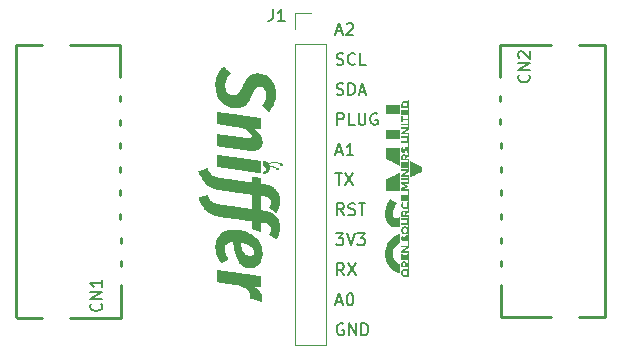
<source format=gbr>
%TF.GenerationSoftware,KiCad,Pcbnew,7.0.6-0*%
%TF.CreationDate,2023-11-06T09:59:01-05:00*%
%TF.ProjectId,AntSniffer,416e7453-6e69-4666-9665-722e6b696361,rev?*%
%TF.SameCoordinates,Original*%
%TF.FileFunction,Legend,Top*%
%TF.FilePolarity,Positive*%
%FSLAX46Y46*%
G04 Gerber Fmt 4.6, Leading zero omitted, Abs format (unit mm)*
G04 Created by KiCad (PCBNEW 7.0.6-0) date 2023-11-06 09:59:01*
%MOMM*%
%LPD*%
G01*
G04 APERTURE LIST*
%ADD10C,0.150000*%
%ADD11C,0.250000*%
%ADD12C,0.120000*%
G04 APERTURE END LIST*
D10*
X170675541Y-62187819D02*
X171294588Y-62187819D01*
X171294588Y-62187819D02*
X170961255Y-62568771D01*
X170961255Y-62568771D02*
X171104112Y-62568771D01*
X171104112Y-62568771D02*
X171199350Y-62616390D01*
X171199350Y-62616390D02*
X171246969Y-62664009D01*
X171246969Y-62664009D02*
X171294588Y-62759247D01*
X171294588Y-62759247D02*
X171294588Y-62997342D01*
X171294588Y-62997342D02*
X171246969Y-63092580D01*
X171246969Y-63092580D02*
X171199350Y-63140200D01*
X171199350Y-63140200D02*
X171104112Y-63187819D01*
X171104112Y-63187819D02*
X170818398Y-63187819D01*
X170818398Y-63187819D02*
X170723160Y-63140200D01*
X170723160Y-63140200D02*
X170675541Y-63092580D01*
X171580303Y-62187819D02*
X171913636Y-63187819D01*
X171913636Y-63187819D02*
X172246969Y-62187819D01*
X172485065Y-62187819D02*
X173104112Y-62187819D01*
X173104112Y-62187819D02*
X172770779Y-62568771D01*
X172770779Y-62568771D02*
X172913636Y-62568771D01*
X172913636Y-62568771D02*
X173008874Y-62616390D01*
X173008874Y-62616390D02*
X173056493Y-62664009D01*
X173056493Y-62664009D02*
X173104112Y-62759247D01*
X173104112Y-62759247D02*
X173104112Y-62997342D01*
X173104112Y-62997342D02*
X173056493Y-63092580D01*
X173056493Y-63092580D02*
X173008874Y-63140200D01*
X173008874Y-63140200D02*
X172913636Y-63187819D01*
X172913636Y-63187819D02*
X172627922Y-63187819D01*
X172627922Y-63187819D02*
X172532684Y-63140200D01*
X172532684Y-63140200D02*
X172485065Y-63092580D01*
X170627922Y-57099819D02*
X171199350Y-57099819D01*
X170913636Y-58099819D02*
X170913636Y-57099819D01*
X171437446Y-57099819D02*
X172104112Y-58099819D01*
X172104112Y-57099819D02*
X171437446Y-58099819D01*
X170770779Y-53011819D02*
X170770779Y-52011819D01*
X170770779Y-52011819D02*
X171151731Y-52011819D01*
X171151731Y-52011819D02*
X171246969Y-52059438D01*
X171246969Y-52059438D02*
X171294588Y-52107057D01*
X171294588Y-52107057D02*
X171342207Y-52202295D01*
X171342207Y-52202295D02*
X171342207Y-52345152D01*
X171342207Y-52345152D02*
X171294588Y-52440390D01*
X171294588Y-52440390D02*
X171246969Y-52488009D01*
X171246969Y-52488009D02*
X171151731Y-52535628D01*
X171151731Y-52535628D02*
X170770779Y-52535628D01*
X172246969Y-53011819D02*
X171770779Y-53011819D01*
X171770779Y-53011819D02*
X171770779Y-52011819D01*
X172580303Y-52011819D02*
X172580303Y-52821342D01*
X172580303Y-52821342D02*
X172627922Y-52916580D01*
X172627922Y-52916580D02*
X172675541Y-52964200D01*
X172675541Y-52964200D02*
X172770779Y-53011819D01*
X172770779Y-53011819D02*
X172961255Y-53011819D01*
X172961255Y-53011819D02*
X173056493Y-52964200D01*
X173056493Y-52964200D02*
X173104112Y-52916580D01*
X173104112Y-52916580D02*
X173151731Y-52821342D01*
X173151731Y-52821342D02*
X173151731Y-52011819D01*
X174151731Y-52059438D02*
X174056493Y-52011819D01*
X174056493Y-52011819D02*
X173913636Y-52011819D01*
X173913636Y-52011819D02*
X173770779Y-52059438D01*
X173770779Y-52059438D02*
X173675541Y-52154676D01*
X173675541Y-52154676D02*
X173627922Y-52249914D01*
X173627922Y-52249914D02*
X173580303Y-52440390D01*
X173580303Y-52440390D02*
X173580303Y-52583247D01*
X173580303Y-52583247D02*
X173627922Y-52773723D01*
X173627922Y-52773723D02*
X173675541Y-52868961D01*
X173675541Y-52868961D02*
X173770779Y-52964200D01*
X173770779Y-52964200D02*
X173913636Y-53011819D01*
X173913636Y-53011819D02*
X174008874Y-53011819D01*
X174008874Y-53011819D02*
X174151731Y-52964200D01*
X174151731Y-52964200D02*
X174199350Y-52916580D01*
X174199350Y-52916580D02*
X174199350Y-52583247D01*
X174199350Y-52583247D02*
X174008874Y-52583247D01*
X171342207Y-60643819D02*
X171008874Y-60167628D01*
X170770779Y-60643819D02*
X170770779Y-59643819D01*
X170770779Y-59643819D02*
X171151731Y-59643819D01*
X171151731Y-59643819D02*
X171246969Y-59691438D01*
X171246969Y-59691438D02*
X171294588Y-59739057D01*
X171294588Y-59739057D02*
X171342207Y-59834295D01*
X171342207Y-59834295D02*
X171342207Y-59977152D01*
X171342207Y-59977152D02*
X171294588Y-60072390D01*
X171294588Y-60072390D02*
X171246969Y-60120009D01*
X171246969Y-60120009D02*
X171151731Y-60167628D01*
X171151731Y-60167628D02*
X170770779Y-60167628D01*
X171723160Y-60596200D02*
X171866017Y-60643819D01*
X171866017Y-60643819D02*
X172104112Y-60643819D01*
X172104112Y-60643819D02*
X172199350Y-60596200D01*
X172199350Y-60596200D02*
X172246969Y-60548580D01*
X172246969Y-60548580D02*
X172294588Y-60453342D01*
X172294588Y-60453342D02*
X172294588Y-60358104D01*
X172294588Y-60358104D02*
X172246969Y-60262866D01*
X172246969Y-60262866D02*
X172199350Y-60215247D01*
X172199350Y-60215247D02*
X172104112Y-60167628D01*
X172104112Y-60167628D02*
X171913636Y-60120009D01*
X171913636Y-60120009D02*
X171818398Y-60072390D01*
X171818398Y-60072390D02*
X171770779Y-60024771D01*
X171770779Y-60024771D02*
X171723160Y-59929533D01*
X171723160Y-59929533D02*
X171723160Y-59834295D01*
X171723160Y-59834295D02*
X171770779Y-59739057D01*
X171770779Y-59739057D02*
X171818398Y-59691438D01*
X171818398Y-59691438D02*
X171913636Y-59643819D01*
X171913636Y-59643819D02*
X172151731Y-59643819D01*
X172151731Y-59643819D02*
X172294588Y-59691438D01*
X172580303Y-59643819D02*
X173151731Y-59643819D01*
X172866017Y-60643819D02*
X172866017Y-59643819D01*
X170723160Y-45094104D02*
X171199350Y-45094104D01*
X170627922Y-45379819D02*
X170961255Y-44379819D01*
X170961255Y-44379819D02*
X171294588Y-45379819D01*
X171580303Y-44475057D02*
X171627922Y-44427438D01*
X171627922Y-44427438D02*
X171723160Y-44379819D01*
X171723160Y-44379819D02*
X171961255Y-44379819D01*
X171961255Y-44379819D02*
X172056493Y-44427438D01*
X172056493Y-44427438D02*
X172104112Y-44475057D01*
X172104112Y-44475057D02*
X172151731Y-44570295D01*
X172151731Y-44570295D02*
X172151731Y-44665533D01*
X172151731Y-44665533D02*
X172104112Y-44808390D01*
X172104112Y-44808390D02*
X171532684Y-45379819D01*
X171532684Y-45379819D02*
X172151731Y-45379819D01*
X170723160Y-67990104D02*
X171199350Y-67990104D01*
X170627922Y-68275819D02*
X170961255Y-67275819D01*
X170961255Y-67275819D02*
X171294588Y-68275819D01*
X171818398Y-67275819D02*
X171913636Y-67275819D01*
X171913636Y-67275819D02*
X172008874Y-67323438D01*
X172008874Y-67323438D02*
X172056493Y-67371057D01*
X172056493Y-67371057D02*
X172104112Y-67466295D01*
X172104112Y-67466295D02*
X172151731Y-67656771D01*
X172151731Y-67656771D02*
X172151731Y-67894866D01*
X172151731Y-67894866D02*
X172104112Y-68085342D01*
X172104112Y-68085342D02*
X172056493Y-68180580D01*
X172056493Y-68180580D02*
X172008874Y-68228200D01*
X172008874Y-68228200D02*
X171913636Y-68275819D01*
X171913636Y-68275819D02*
X171818398Y-68275819D01*
X171818398Y-68275819D02*
X171723160Y-68228200D01*
X171723160Y-68228200D02*
X171675541Y-68180580D01*
X171675541Y-68180580D02*
X171627922Y-68085342D01*
X171627922Y-68085342D02*
X171580303Y-67894866D01*
X171580303Y-67894866D02*
X171580303Y-67656771D01*
X171580303Y-67656771D02*
X171627922Y-67466295D01*
X171627922Y-67466295D02*
X171675541Y-67371057D01*
X171675541Y-67371057D02*
X171723160Y-67323438D01*
X171723160Y-67323438D02*
X171818398Y-67275819D01*
X170723160Y-50420200D02*
X170866017Y-50467819D01*
X170866017Y-50467819D02*
X171104112Y-50467819D01*
X171104112Y-50467819D02*
X171199350Y-50420200D01*
X171199350Y-50420200D02*
X171246969Y-50372580D01*
X171246969Y-50372580D02*
X171294588Y-50277342D01*
X171294588Y-50277342D02*
X171294588Y-50182104D01*
X171294588Y-50182104D02*
X171246969Y-50086866D01*
X171246969Y-50086866D02*
X171199350Y-50039247D01*
X171199350Y-50039247D02*
X171104112Y-49991628D01*
X171104112Y-49991628D02*
X170913636Y-49944009D01*
X170913636Y-49944009D02*
X170818398Y-49896390D01*
X170818398Y-49896390D02*
X170770779Y-49848771D01*
X170770779Y-49848771D02*
X170723160Y-49753533D01*
X170723160Y-49753533D02*
X170723160Y-49658295D01*
X170723160Y-49658295D02*
X170770779Y-49563057D01*
X170770779Y-49563057D02*
X170818398Y-49515438D01*
X170818398Y-49515438D02*
X170913636Y-49467819D01*
X170913636Y-49467819D02*
X171151731Y-49467819D01*
X171151731Y-49467819D02*
X171294588Y-49515438D01*
X171723160Y-50467819D02*
X171723160Y-49467819D01*
X171723160Y-49467819D02*
X171961255Y-49467819D01*
X171961255Y-49467819D02*
X172104112Y-49515438D01*
X172104112Y-49515438D02*
X172199350Y-49610676D01*
X172199350Y-49610676D02*
X172246969Y-49705914D01*
X172246969Y-49705914D02*
X172294588Y-49896390D01*
X172294588Y-49896390D02*
X172294588Y-50039247D01*
X172294588Y-50039247D02*
X172246969Y-50229723D01*
X172246969Y-50229723D02*
X172199350Y-50324961D01*
X172199350Y-50324961D02*
X172104112Y-50420200D01*
X172104112Y-50420200D02*
X171961255Y-50467819D01*
X171961255Y-50467819D02*
X171723160Y-50467819D01*
X172675541Y-50182104D02*
X173151731Y-50182104D01*
X172580303Y-50467819D02*
X172913636Y-49467819D01*
X172913636Y-49467819D02*
X173246969Y-50467819D01*
X171294588Y-69867438D02*
X171199350Y-69819819D01*
X171199350Y-69819819D02*
X171056493Y-69819819D01*
X171056493Y-69819819D02*
X170913636Y-69867438D01*
X170913636Y-69867438D02*
X170818398Y-69962676D01*
X170818398Y-69962676D02*
X170770779Y-70057914D01*
X170770779Y-70057914D02*
X170723160Y-70248390D01*
X170723160Y-70248390D02*
X170723160Y-70391247D01*
X170723160Y-70391247D02*
X170770779Y-70581723D01*
X170770779Y-70581723D02*
X170818398Y-70676961D01*
X170818398Y-70676961D02*
X170913636Y-70772200D01*
X170913636Y-70772200D02*
X171056493Y-70819819D01*
X171056493Y-70819819D02*
X171151731Y-70819819D01*
X171151731Y-70819819D02*
X171294588Y-70772200D01*
X171294588Y-70772200D02*
X171342207Y-70724580D01*
X171342207Y-70724580D02*
X171342207Y-70391247D01*
X171342207Y-70391247D02*
X171151731Y-70391247D01*
X171770779Y-70819819D02*
X171770779Y-69819819D01*
X171770779Y-69819819D02*
X172342207Y-70819819D01*
X172342207Y-70819819D02*
X172342207Y-69819819D01*
X172818398Y-70819819D02*
X172818398Y-69819819D01*
X172818398Y-69819819D02*
X173056493Y-69819819D01*
X173056493Y-69819819D02*
X173199350Y-69867438D01*
X173199350Y-69867438D02*
X173294588Y-69962676D01*
X173294588Y-69962676D02*
X173342207Y-70057914D01*
X173342207Y-70057914D02*
X173389826Y-70248390D01*
X173389826Y-70248390D02*
X173389826Y-70391247D01*
X173389826Y-70391247D02*
X173342207Y-70581723D01*
X173342207Y-70581723D02*
X173294588Y-70676961D01*
X173294588Y-70676961D02*
X173199350Y-70772200D01*
X173199350Y-70772200D02*
X173056493Y-70819819D01*
X173056493Y-70819819D02*
X172818398Y-70819819D01*
X170723160Y-55270104D02*
X171199350Y-55270104D01*
X170627922Y-55555819D02*
X170961255Y-54555819D01*
X170961255Y-54555819D02*
X171294588Y-55555819D01*
X172151731Y-55555819D02*
X171580303Y-55555819D01*
X171866017Y-55555819D02*
X171866017Y-54555819D01*
X171866017Y-54555819D02*
X171770779Y-54698676D01*
X171770779Y-54698676D02*
X171675541Y-54793914D01*
X171675541Y-54793914D02*
X171580303Y-54841533D01*
X170723160Y-47876200D02*
X170866017Y-47923819D01*
X170866017Y-47923819D02*
X171104112Y-47923819D01*
X171104112Y-47923819D02*
X171199350Y-47876200D01*
X171199350Y-47876200D02*
X171246969Y-47828580D01*
X171246969Y-47828580D02*
X171294588Y-47733342D01*
X171294588Y-47733342D02*
X171294588Y-47638104D01*
X171294588Y-47638104D02*
X171246969Y-47542866D01*
X171246969Y-47542866D02*
X171199350Y-47495247D01*
X171199350Y-47495247D02*
X171104112Y-47447628D01*
X171104112Y-47447628D02*
X170913636Y-47400009D01*
X170913636Y-47400009D02*
X170818398Y-47352390D01*
X170818398Y-47352390D02*
X170770779Y-47304771D01*
X170770779Y-47304771D02*
X170723160Y-47209533D01*
X170723160Y-47209533D02*
X170723160Y-47114295D01*
X170723160Y-47114295D02*
X170770779Y-47019057D01*
X170770779Y-47019057D02*
X170818398Y-46971438D01*
X170818398Y-46971438D02*
X170913636Y-46923819D01*
X170913636Y-46923819D02*
X171151731Y-46923819D01*
X171151731Y-46923819D02*
X171294588Y-46971438D01*
X172294588Y-47828580D02*
X172246969Y-47876200D01*
X172246969Y-47876200D02*
X172104112Y-47923819D01*
X172104112Y-47923819D02*
X172008874Y-47923819D01*
X172008874Y-47923819D02*
X171866017Y-47876200D01*
X171866017Y-47876200D02*
X171770779Y-47780961D01*
X171770779Y-47780961D02*
X171723160Y-47685723D01*
X171723160Y-47685723D02*
X171675541Y-47495247D01*
X171675541Y-47495247D02*
X171675541Y-47352390D01*
X171675541Y-47352390D02*
X171723160Y-47161914D01*
X171723160Y-47161914D02*
X171770779Y-47066676D01*
X171770779Y-47066676D02*
X171866017Y-46971438D01*
X171866017Y-46971438D02*
X172008874Y-46923819D01*
X172008874Y-46923819D02*
X172104112Y-46923819D01*
X172104112Y-46923819D02*
X172246969Y-46971438D01*
X172246969Y-46971438D02*
X172294588Y-47019057D01*
X173199350Y-47923819D02*
X172723160Y-47923819D01*
X172723160Y-47923819D02*
X172723160Y-46923819D01*
X171342207Y-65731819D02*
X171008874Y-65255628D01*
X170770779Y-65731819D02*
X170770779Y-64731819D01*
X170770779Y-64731819D02*
X171151731Y-64731819D01*
X171151731Y-64731819D02*
X171246969Y-64779438D01*
X171246969Y-64779438D02*
X171294588Y-64827057D01*
X171294588Y-64827057D02*
X171342207Y-64922295D01*
X171342207Y-64922295D02*
X171342207Y-65065152D01*
X171342207Y-65065152D02*
X171294588Y-65160390D01*
X171294588Y-65160390D02*
X171246969Y-65208009D01*
X171246969Y-65208009D02*
X171151731Y-65255628D01*
X171151731Y-65255628D02*
X170770779Y-65255628D01*
X171675541Y-64731819D02*
X172342207Y-65731819D01*
X172342207Y-64731819D02*
X171675541Y-65731819D01*
X186998780Y-48772676D02*
X187046400Y-48820295D01*
X187046400Y-48820295D02*
X187094019Y-48963152D01*
X187094019Y-48963152D02*
X187094019Y-49058390D01*
X187094019Y-49058390D02*
X187046400Y-49201247D01*
X187046400Y-49201247D02*
X186951161Y-49296485D01*
X186951161Y-49296485D02*
X186855923Y-49344104D01*
X186855923Y-49344104D02*
X186665447Y-49391723D01*
X186665447Y-49391723D02*
X186522590Y-49391723D01*
X186522590Y-49391723D02*
X186332114Y-49344104D01*
X186332114Y-49344104D02*
X186236876Y-49296485D01*
X186236876Y-49296485D02*
X186141638Y-49201247D01*
X186141638Y-49201247D02*
X186094019Y-49058390D01*
X186094019Y-49058390D02*
X186094019Y-48963152D01*
X186094019Y-48963152D02*
X186141638Y-48820295D01*
X186141638Y-48820295D02*
X186189257Y-48772676D01*
X187094019Y-48344104D02*
X186094019Y-48344104D01*
X186094019Y-48344104D02*
X187094019Y-47772676D01*
X187094019Y-47772676D02*
X186094019Y-47772676D01*
X186189257Y-47344104D02*
X186141638Y-47296485D01*
X186141638Y-47296485D02*
X186094019Y-47201247D01*
X186094019Y-47201247D02*
X186094019Y-46963152D01*
X186094019Y-46963152D02*
X186141638Y-46867914D01*
X186141638Y-46867914D02*
X186189257Y-46820295D01*
X186189257Y-46820295D02*
X186284495Y-46772676D01*
X186284495Y-46772676D02*
X186379733Y-46772676D01*
X186379733Y-46772676D02*
X186522590Y-46820295D01*
X186522590Y-46820295D02*
X187094019Y-47391723D01*
X187094019Y-47391723D02*
X187094019Y-46772676D01*
X150775080Y-68139676D02*
X150822700Y-68187295D01*
X150822700Y-68187295D02*
X150870319Y-68330152D01*
X150870319Y-68330152D02*
X150870319Y-68425390D01*
X150870319Y-68425390D02*
X150822700Y-68568247D01*
X150822700Y-68568247D02*
X150727461Y-68663485D01*
X150727461Y-68663485D02*
X150632223Y-68711104D01*
X150632223Y-68711104D02*
X150441747Y-68758723D01*
X150441747Y-68758723D02*
X150298890Y-68758723D01*
X150298890Y-68758723D02*
X150108414Y-68711104D01*
X150108414Y-68711104D02*
X150013176Y-68663485D01*
X150013176Y-68663485D02*
X149917938Y-68568247D01*
X149917938Y-68568247D02*
X149870319Y-68425390D01*
X149870319Y-68425390D02*
X149870319Y-68330152D01*
X149870319Y-68330152D02*
X149917938Y-68187295D01*
X149917938Y-68187295D02*
X149965557Y-68139676D01*
X150870319Y-67711104D02*
X149870319Y-67711104D01*
X149870319Y-67711104D02*
X150870319Y-67139676D01*
X150870319Y-67139676D02*
X149870319Y-67139676D01*
X150870319Y-66139676D02*
X150870319Y-66711104D01*
X150870319Y-66425390D02*
X149870319Y-66425390D01*
X149870319Y-66425390D02*
X150013176Y-66520628D01*
X150013176Y-66520628D02*
X150108414Y-66615866D01*
X150108414Y-66615866D02*
X150156033Y-66711104D01*
X165316666Y-43214819D02*
X165316666Y-43929104D01*
X165316666Y-43929104D02*
X165269047Y-44071961D01*
X165269047Y-44071961D02*
X165173809Y-44167200D01*
X165173809Y-44167200D02*
X165030952Y-44214819D01*
X165030952Y-44214819D02*
X164935714Y-44214819D01*
X166316666Y-44214819D02*
X165745238Y-44214819D01*
X166030952Y-44214819D02*
X166030952Y-43214819D01*
X166030952Y-43214819D02*
X165935714Y-43357676D01*
X165935714Y-43357676D02*
X165840476Y-43452914D01*
X165840476Y-43452914D02*
X165745238Y-43500533D01*
%TO.C,Ge*%
G36*
X176087774Y-53793464D02*
G01*
X176089720Y-54159161D01*
X175496961Y-54159161D01*
X174904202Y-54159161D01*
X174906148Y-53793464D01*
X174908095Y-53427767D01*
X175496961Y-53427767D01*
X176085827Y-53427767D01*
X176087774Y-53793464D01*
G37*
G36*
X176087775Y-51712012D02*
G01*
X176088163Y-51798545D01*
X176088306Y-51871134D01*
X176088181Y-51930835D01*
X176087767Y-51978706D01*
X176087041Y-52015804D01*
X176085983Y-52043186D01*
X176084570Y-52061908D01*
X176082781Y-52073027D01*
X176080594Y-52077601D01*
X176080273Y-52077773D01*
X176071439Y-52078319D01*
X176048768Y-52078792D01*
X176013425Y-52079187D01*
X175966576Y-52079501D01*
X175909388Y-52079731D01*
X175843024Y-52079874D01*
X175768652Y-52079925D01*
X175687436Y-52079883D01*
X175600543Y-52079744D01*
X175509138Y-52079504D01*
X175489460Y-52079440D01*
X174908095Y-52077501D01*
X174908095Y-51713680D01*
X174908095Y-51349858D01*
X175496961Y-51349858D01*
X176085827Y-51349858D01*
X176087775Y-51712012D01*
G37*
G36*
X176089578Y-55693213D02*
G01*
X176089524Y-55799228D01*
X176089368Y-55900914D01*
X176089116Y-55997279D01*
X176088777Y-56087332D01*
X176088357Y-56170080D01*
X176087863Y-56244534D01*
X176087303Y-56309700D01*
X176086684Y-56364587D01*
X176086014Y-56408203D01*
X176085299Y-56439557D01*
X176084547Y-56457657D01*
X176083952Y-56461939D01*
X176076474Y-56458783D01*
X176056423Y-56449677D01*
X176024788Y-56435085D01*
X175982560Y-56415470D01*
X175930729Y-56391294D01*
X175870284Y-56363020D01*
X175802217Y-56331112D01*
X175727516Y-56296032D01*
X175647172Y-56258244D01*
X175562175Y-56218210D01*
X175493210Y-56185687D01*
X174908095Y-55909611D01*
X174906166Y-55416962D01*
X174904237Y-54924312D01*
X175496907Y-54924312D01*
X176089578Y-54924312D01*
X176089578Y-55693213D01*
G37*
G36*
X176954414Y-56067782D02*
G01*
X176974832Y-56077167D01*
X177006512Y-56092164D01*
X177048365Y-56112244D01*
X177099302Y-56136879D01*
X177158234Y-56165542D01*
X177224070Y-56197704D01*
X177295724Y-56232837D01*
X177372104Y-56270413D01*
X177437561Y-56302708D01*
X177919674Y-56540880D01*
X177919806Y-56760776D01*
X177919938Y-56980671D01*
X177464223Y-57206035D01*
X177366063Y-57254557D01*
X177280522Y-57296788D01*
X177206787Y-57333124D01*
X177144046Y-57363957D01*
X177091485Y-57389683D01*
X177048291Y-57410694D01*
X177013651Y-57427384D01*
X176986753Y-57440148D01*
X176966784Y-57449378D01*
X176952931Y-57455470D01*
X176944380Y-57458816D01*
X176940373Y-57459811D01*
X176939921Y-57452483D01*
X176939488Y-57431193D01*
X176939080Y-57396984D01*
X176938700Y-57350896D01*
X176938354Y-57293970D01*
X176938046Y-57227249D01*
X176937782Y-57151773D01*
X176937565Y-57068584D01*
X176937400Y-56978723D01*
X176937292Y-56883233D01*
X176937246Y-56783153D01*
X176937245Y-56762173D01*
X176937286Y-56638732D01*
X176937415Y-56529574D01*
X176937642Y-56433978D01*
X176937977Y-56351224D01*
X176938428Y-56280593D01*
X176939005Y-56221363D01*
X176939717Y-56172815D01*
X176940574Y-56134228D01*
X176941585Y-56104883D01*
X176942760Y-56084059D01*
X176944107Y-56071036D01*
X176945637Y-56065094D01*
X176946346Y-56064536D01*
X176954414Y-56067782D01*
G37*
G36*
X176085708Y-57062067D02*
G01*
X176086301Y-57083415D01*
X176086864Y-57117781D01*
X176087390Y-57164175D01*
X176087873Y-57221605D01*
X176088307Y-57289078D01*
X176088688Y-57365604D01*
X176089009Y-57450189D01*
X176089263Y-57541843D01*
X176089447Y-57639573D01*
X176089553Y-57742388D01*
X176089578Y-57823868D01*
X176089543Y-57953011D01*
X176089434Y-58067875D01*
X176089242Y-58169184D01*
X176088958Y-58257662D01*
X176088572Y-58334032D01*
X176088077Y-58399018D01*
X176087464Y-58453345D01*
X176086723Y-58497735D01*
X176085846Y-58532913D01*
X176084825Y-58559603D01*
X176083649Y-58578528D01*
X176082312Y-58590413D01*
X176080803Y-58595980D01*
X176080201Y-58596584D01*
X176071378Y-58597126D01*
X176048719Y-58597594D01*
X176013387Y-58597985D01*
X175966549Y-58598296D01*
X175909370Y-58598523D01*
X175843015Y-58598663D01*
X175768651Y-58598712D01*
X175687441Y-58598668D01*
X175600553Y-58598528D01*
X175509151Y-58598287D01*
X175489460Y-58598223D01*
X174908095Y-58596285D01*
X174906166Y-58104025D01*
X174905822Y-58001820D01*
X174905656Y-57913704D01*
X174905682Y-57838764D01*
X174905915Y-57776087D01*
X174906368Y-57724760D01*
X174907053Y-57683870D01*
X174907987Y-57652504D01*
X174909181Y-57629749D01*
X174910649Y-57614692D01*
X174912407Y-57606419D01*
X174913668Y-57604281D01*
X174921618Y-57600121D01*
X174941894Y-57590219D01*
X174973293Y-57575139D01*
X175014611Y-57555445D01*
X175064646Y-57531702D01*
X175122193Y-57504475D01*
X175186049Y-57474327D01*
X175255012Y-57441825D01*
X175327878Y-57407531D01*
X175403443Y-57372010D01*
X175480504Y-57335828D01*
X175557859Y-57299548D01*
X175634303Y-57263736D01*
X175708634Y-57228954D01*
X175779648Y-57195769D01*
X175846141Y-57164744D01*
X175906911Y-57136445D01*
X175960755Y-57111435D01*
X176006468Y-57090278D01*
X176042848Y-57073541D01*
X176068692Y-57061786D01*
X176082795Y-57055579D01*
X176085089Y-57054731D01*
X176085708Y-57062067D01*
G37*
G36*
X176089578Y-62627209D02*
G01*
X176089578Y-63017358D01*
X176033566Y-63044299D01*
X175941239Y-63095835D01*
X175851590Y-63159556D01*
X175767183Y-63233051D01*
X175690581Y-63313906D01*
X175624348Y-63399712D01*
X175580411Y-63470554D01*
X175535709Y-63566637D01*
X175503269Y-63669431D01*
X175483117Y-63776966D01*
X175475278Y-63887273D01*
X175479778Y-63998381D01*
X175496642Y-64108322D01*
X175525896Y-64215124D01*
X175567566Y-64316819D01*
X175569403Y-64320574D01*
X175617826Y-64404400D01*
X175678974Y-64486642D01*
X175750581Y-64565111D01*
X175830381Y-64637614D01*
X175916107Y-64701959D01*
X176005493Y-64755956D01*
X176035192Y-64771027D01*
X176089578Y-64797302D01*
X176089578Y-65186412D01*
X176089471Y-65261376D01*
X176089164Y-65331723D01*
X176088677Y-65396044D01*
X176088031Y-65452926D01*
X176087246Y-65500959D01*
X176086343Y-65538730D01*
X176085343Y-65564829D01*
X176084266Y-65577844D01*
X176083863Y-65579055D01*
X176073156Y-65578826D01*
X176051024Y-65573504D01*
X176019817Y-65563948D01*
X175981882Y-65551018D01*
X175939568Y-65535572D01*
X175895221Y-65518470D01*
X175851191Y-65500571D01*
X175809825Y-65482733D01*
X175773471Y-65465818D01*
X175770765Y-65464488D01*
X175669156Y-65410587D01*
X175577278Y-65353404D01*
X175490984Y-65289981D01*
X175406124Y-65217359D01*
X175351446Y-65165468D01*
X175239950Y-65046654D01*
X175142484Y-64922804D01*
X175058794Y-64793471D01*
X174988625Y-64658203D01*
X174931724Y-64516552D01*
X174887835Y-64368066D01*
X174879084Y-64330803D01*
X174853883Y-64189591D01*
X174839269Y-64041307D01*
X174835262Y-63889524D01*
X174841878Y-63737817D01*
X174859136Y-63589760D01*
X174875002Y-63502250D01*
X174912388Y-63358849D01*
X174963844Y-63218414D01*
X175028540Y-63082154D01*
X175105645Y-62951278D01*
X175194330Y-62826995D01*
X175293765Y-62710514D01*
X175403119Y-62603043D01*
X175521564Y-62505792D01*
X175594480Y-62454292D01*
X175654487Y-62417027D01*
X175721990Y-62379735D01*
X175793777Y-62343861D01*
X175866635Y-62310853D01*
X175937352Y-62282158D01*
X176002716Y-62259223D01*
X176059512Y-62243497D01*
X176065198Y-62242248D01*
X176089578Y-62237059D01*
X176089578Y-62627209D01*
G37*
G36*
X175535427Y-59467299D02*
G01*
X175802689Y-59652651D01*
X175759627Y-59713334D01*
X175690640Y-59819196D01*
X175629400Y-59930656D01*
X175577991Y-60043620D01*
X175543243Y-60138804D01*
X175521084Y-60213641D01*
X175504970Y-60282659D01*
X175493966Y-60351362D01*
X175487139Y-60425256D01*
X175484219Y-60486785D01*
X175482812Y-60535730D01*
X175482417Y-60573076D01*
X175483240Y-60602204D01*
X175485490Y-60626495D01*
X175489373Y-60649332D01*
X175495097Y-60674095D01*
X175495891Y-60677252D01*
X175519863Y-60747168D01*
X175553441Y-60806667D01*
X175595944Y-60855073D01*
X175646689Y-60891711D01*
X175704992Y-60915905D01*
X175745809Y-60924526D01*
X175812017Y-60927479D01*
X175872114Y-60916886D01*
X175926268Y-60892646D01*
X175974645Y-60854661D01*
X176017413Y-60802829D01*
X176053099Y-60740466D01*
X176066594Y-60713231D01*
X176077709Y-60691999D01*
X176084847Y-60679761D01*
X176086470Y-60677944D01*
X176087003Y-60685239D01*
X176087508Y-60706295D01*
X176087976Y-60739870D01*
X176088400Y-60784723D01*
X176088770Y-60839612D01*
X176089081Y-60903296D01*
X176089323Y-60974532D01*
X176089489Y-61052079D01*
X176089570Y-61134696D01*
X176089578Y-61168669D01*
X176089578Y-61659395D01*
X176053057Y-61667227D01*
X176031693Y-61670832D01*
X175999509Y-61675066D01*
X175960644Y-61679434D01*
X175919237Y-61683438D01*
X175913680Y-61683924D01*
X175798121Y-61688190D01*
X175684512Y-61681299D01*
X175575444Y-61663619D01*
X175473507Y-61635518D01*
X175414534Y-61612813D01*
X175322164Y-61564717D01*
X175235994Y-61503599D01*
X175156588Y-61430342D01*
X175084509Y-61345828D01*
X175020322Y-61250939D01*
X174964589Y-61146558D01*
X174917875Y-61033566D01*
X174880743Y-60912846D01*
X174853758Y-60785281D01*
X174844413Y-60720567D01*
X174840992Y-60681934D01*
X174838541Y-60632057D01*
X174837060Y-60574666D01*
X174836551Y-60513489D01*
X174837015Y-60452254D01*
X174838453Y-60394691D01*
X174840866Y-60344528D01*
X174844255Y-60305493D01*
X174844284Y-60305257D01*
X174870680Y-60138707D01*
X174908736Y-59977358D01*
X174957975Y-59822523D01*
X175017920Y-59675513D01*
X175088095Y-59537641D01*
X175168024Y-59410219D01*
X175170656Y-59406444D01*
X175192975Y-59375245D01*
X175215134Y-59345460D01*
X175234008Y-59321234D01*
X175243029Y-59310439D01*
X175268166Y-59281948D01*
X175535427Y-59467299D01*
G37*
G36*
X176847227Y-52143830D02*
G01*
X176847227Y-53354134D01*
X176645599Y-53507223D01*
X176443971Y-53660313D01*
X176645599Y-53662309D01*
X176847227Y-53664305D01*
X176847151Y-54645002D01*
X176847075Y-55625700D01*
X176744006Y-55697192D01*
X176640936Y-55768683D01*
X176638718Y-55819091D01*
X176636500Y-55869498D01*
X176741863Y-55869498D01*
X176847227Y-55869498D01*
X176847227Y-56396746D01*
X176847227Y-56923995D01*
X176645056Y-57077505D01*
X176442884Y-57231016D01*
X176645056Y-57233012D01*
X176847227Y-57235008D01*
X176847227Y-57609838D01*
X176847227Y-57984669D01*
X176646562Y-57986667D01*
X176445898Y-57988665D01*
X176618432Y-58074932D01*
X176790966Y-58161199D01*
X176793222Y-58204537D01*
X176795477Y-58247875D01*
X176620688Y-58333316D01*
X176445898Y-58418756D01*
X176646562Y-58419378D01*
X176847227Y-58420000D01*
X176847227Y-59402402D01*
X176847227Y-60384804D01*
X176742206Y-60457710D01*
X176637186Y-60530616D01*
X176637186Y-60577813D01*
X176637186Y-60625011D01*
X176740331Y-60627098D01*
X176843476Y-60629185D01*
X176845372Y-62002374D01*
X176847267Y-63375563D01*
X176645408Y-63528925D01*
X176443548Y-63682286D01*
X176645388Y-63684282D01*
X176847227Y-63686278D01*
X176847227Y-64796376D01*
X176847227Y-65906474D01*
X176824722Y-65906474D01*
X176802218Y-65906474D01*
X176802218Y-65807829D01*
X176802218Y-65709184D01*
X176780830Y-65738709D01*
X176738383Y-65784998D01*
X176686582Y-65821456D01*
X176627878Y-65847513D01*
X176564722Y-65862602D01*
X176517162Y-65865192D01*
X176499565Y-65866150D01*
X176434855Y-65857590D01*
X176373045Y-65836352D01*
X176369010Y-65834434D01*
X176312157Y-65799091D01*
X176265178Y-65754132D01*
X176228388Y-65701501D01*
X176202098Y-65643144D01*
X176186622Y-65581003D01*
X176182740Y-65523898D01*
X176311622Y-65523898D01*
X176316117Y-65572352D01*
X176331492Y-65612937D01*
X176359352Y-65649580D01*
X176365570Y-65655820D01*
X176405741Y-65687449D01*
X176449511Y-65706450D01*
X176500361Y-65714169D01*
X176517162Y-65714489D01*
X176563127Y-65711474D01*
X176600049Y-65701756D01*
X176633104Y-65683428D01*
X176659347Y-65662093D01*
X176695194Y-65620944D01*
X176716727Y-65575699D01*
X176723761Y-65527269D01*
X176716114Y-65476567D01*
X176703398Y-65443277D01*
X176676672Y-65403097D01*
X176640208Y-65371927D01*
X176596590Y-65350216D01*
X176548400Y-65338411D01*
X176498221Y-65336962D01*
X176448635Y-65346316D01*
X176402225Y-65366921D01*
X176375250Y-65386334D01*
X176341240Y-65422587D01*
X176320654Y-65462876D01*
X176312065Y-65510289D01*
X176311622Y-65523898D01*
X176182740Y-65523898D01*
X176182273Y-65517026D01*
X176189363Y-65453155D01*
X176208207Y-65391337D01*
X176239117Y-65333515D01*
X176280350Y-65283654D01*
X176332425Y-65240112D01*
X176387991Y-65210019D01*
X176449010Y-65192670D01*
X176517446Y-65187360D01*
X176546012Y-65188366D01*
X176613236Y-65199370D01*
X176674124Y-65223811D01*
X176729356Y-65262017D01*
X176760170Y-65291799D01*
X176802218Y-65337216D01*
X176802218Y-65201762D01*
X176802218Y-65066308D01*
X176497594Y-65066308D01*
X176322124Y-65066308D01*
X176192971Y-65066308D01*
X176196099Y-64916279D01*
X176322124Y-64916279D01*
X176430895Y-64916279D01*
X176539666Y-64916279D01*
X176539090Y-64854391D01*
X176537717Y-64820976D01*
X176534618Y-64789450D01*
X176530419Y-64765889D01*
X176529696Y-64763295D01*
X176516277Y-64734388D01*
X176495338Y-64715449D01*
X176464790Y-64705238D01*
X176427198Y-64702487D01*
X176397894Y-64703299D01*
X176378783Y-64706528D01*
X176365106Y-64713364D01*
X176357220Y-64719982D01*
X176339473Y-64745749D01*
X176327971Y-64784093D01*
X176322590Y-64835513D01*
X176322124Y-64859589D01*
X176322124Y-64916279D01*
X176196099Y-64916279D01*
X176196451Y-64899400D01*
X176197871Y-64841279D01*
X176199531Y-64795952D01*
X176201616Y-64761208D01*
X176204309Y-64734840D01*
X176207794Y-64714636D01*
X176212253Y-64698388D01*
X176213433Y-64694985D01*
X176235609Y-64645873D01*
X176263180Y-64608878D01*
X176298201Y-64581491D01*
X176312718Y-64573652D01*
X176334679Y-64563644D01*
X176354196Y-64557373D01*
X176376007Y-64553989D01*
X176404850Y-64552643D01*
X176430895Y-64552457D01*
X176467152Y-64552896D01*
X176493177Y-64554787D01*
X176513730Y-64558994D01*
X176533569Y-64566379D01*
X176549790Y-64574003D01*
X176585613Y-64596633D01*
X176613922Y-64626440D01*
X176635404Y-64664943D01*
X176650748Y-64713659D01*
X176660641Y-64774107D01*
X176664901Y-64828136D01*
X176669482Y-64916279D01*
X176735850Y-64916279D01*
X176802218Y-64916279D01*
X176802218Y-64676231D01*
X176802218Y-64436184D01*
X176498301Y-64436184D01*
X176194385Y-64436184D01*
X176196367Y-64201763D01*
X176198349Y-63967342D01*
X176262112Y-63967342D01*
X176325874Y-63967342D01*
X176327896Y-64130499D01*
X176329918Y-64293656D01*
X176393534Y-64293656D01*
X176457150Y-64293656D01*
X176457150Y-64147377D01*
X176457150Y-64001098D01*
X176520913Y-64001098D01*
X176584675Y-64001098D01*
X176584675Y-64147377D01*
X176584675Y-64293656D01*
X176648294Y-64293656D01*
X176711913Y-64293656D01*
X176713932Y-64126748D01*
X176715951Y-63959840D01*
X176759085Y-63957591D01*
X176802218Y-63955341D01*
X176802218Y-63891953D01*
X176802218Y-63828565D01*
X176498408Y-63828565D01*
X176194598Y-63828565D01*
X176194598Y-63761490D01*
X176194598Y-63694415D01*
X176399653Y-63538321D01*
X176604708Y-63382227D01*
X176399653Y-63380233D01*
X176194598Y-63378239D01*
X176194598Y-63303342D01*
X176194598Y-63228446D01*
X176498408Y-63228446D01*
X176802218Y-63228446D01*
X176802218Y-63009682D01*
X176802218Y-62790918D01*
X176771720Y-62833509D01*
X176741222Y-62876099D01*
X176696705Y-62841125D01*
X176668681Y-62818975D01*
X176651254Y-62803091D01*
X176643541Y-62790081D01*
X176644657Y-62776554D01*
X176653718Y-62759120D01*
X176669140Y-62735453D01*
X176686333Y-62707724D01*
X176701016Y-62681264D01*
X176710364Y-62661212D01*
X176711126Y-62659090D01*
X176717857Y-62626993D01*
X176719191Y-62591288D01*
X176715264Y-62558347D01*
X176708580Y-62538563D01*
X176690907Y-62518624D01*
X176667132Y-62510438D01*
X176641569Y-62514955D01*
X176630660Y-62521364D01*
X176621584Y-62529565D01*
X176613278Y-62541109D01*
X176604843Y-62558138D01*
X176595382Y-62582798D01*
X176583995Y-62617234D01*
X176569784Y-62663590D01*
X176566577Y-62674303D01*
X176545433Y-62732909D01*
X176520508Y-62777899D01*
X176490623Y-62810432D01*
X176454598Y-62831666D01*
X176411255Y-62842762D01*
X176393421Y-62844512D01*
X176344285Y-62843998D01*
X176304359Y-62834597D01*
X176269916Y-62815027D01*
X176246337Y-62793832D01*
X176215924Y-62754755D01*
X176195572Y-62709504D01*
X176183986Y-62654958D01*
X176182315Y-62639580D01*
X176182509Y-62592693D01*
X176190075Y-62540655D01*
X176203727Y-62488088D01*
X176222174Y-62439612D01*
X176244130Y-62399847D01*
X176252131Y-62389175D01*
X176266840Y-62371315D01*
X176319666Y-62406441D01*
X176372491Y-62441567D01*
X176347284Y-62489038D01*
X176326979Y-62534911D01*
X176315247Y-62578405D01*
X176311868Y-62617676D01*
X176316624Y-62650877D01*
X176329298Y-62676163D01*
X176349672Y-62691689D01*
X176371721Y-62695842D01*
X176388065Y-62693257D01*
X176401981Y-62684276D01*
X176414643Y-62667055D01*
X176427223Y-62639753D01*
X176440896Y-62600528D01*
X176448840Y-62574766D01*
X176468066Y-62515439D01*
X176486552Y-62469131D01*
X176505263Y-62433956D01*
X176525164Y-62408027D01*
X176541709Y-62393322D01*
X176585028Y-62370009D01*
X176633016Y-62359158D01*
X176682275Y-62360657D01*
X176729408Y-62374393D01*
X176771018Y-62400255D01*
X176771773Y-62400898D01*
X176802218Y-62426957D01*
X176802218Y-62271467D01*
X176802218Y-62115977D01*
X176780674Y-62145717D01*
X176738619Y-62191468D01*
X176687080Y-62227615D01*
X176628564Y-62253577D01*
X176565574Y-62268773D01*
X176517162Y-62271642D01*
X176500615Y-62272622D01*
X176436190Y-62264544D01*
X176374803Y-62243956D01*
X176369010Y-62241226D01*
X176312448Y-62206004D01*
X176265627Y-62161072D01*
X176228873Y-62108405D01*
X176202514Y-62049977D01*
X176186878Y-61987760D01*
X176182293Y-61923729D01*
X176182969Y-61917376D01*
X176309681Y-61917376D01*
X176312395Y-61963844D01*
X176328305Y-62009174D01*
X176356553Y-62049878D01*
X176394707Y-62085284D01*
X176435265Y-62107645D01*
X176481920Y-62118582D01*
X176517162Y-62120332D01*
X176564287Y-62117134D01*
X176602421Y-62106774D01*
X176636600Y-62087409D01*
X176660343Y-62067986D01*
X176695720Y-62027133D01*
X176716906Y-61981903D01*
X176723691Y-61933365D01*
X176715862Y-61882587D01*
X176703398Y-61850070D01*
X176679050Y-61813785D01*
X176644116Y-61782043D01*
X176602992Y-61758582D01*
X176590153Y-61753734D01*
X176555505Y-61746466D01*
X176514886Y-61744287D01*
X176473939Y-61746959D01*
X176438308Y-61754244D01*
X176421619Y-61760838D01*
X176376132Y-61791500D01*
X176342008Y-61829168D01*
X176319705Y-61871805D01*
X176309681Y-61917376D01*
X176182969Y-61917376D01*
X176189085Y-61859858D01*
X176207583Y-61798120D01*
X176238114Y-61740489D01*
X176277868Y-61692033D01*
X176328187Y-61648653D01*
X176380231Y-61618581D01*
X176436772Y-61600779D01*
X176500580Y-61594212D01*
X176537560Y-61594894D01*
X176574043Y-61597490D01*
X176601538Y-61601774D01*
X176626057Y-61609232D01*
X176653612Y-61621349D01*
X176662867Y-61625866D01*
X176712638Y-61655649D01*
X176755662Y-61693796D01*
X176760170Y-61698592D01*
X176802218Y-61744009D01*
X176802218Y-61559545D01*
X176802218Y-61375082D01*
X176775712Y-61401587D01*
X176734750Y-61433555D01*
X176684394Y-61458520D01*
X176638692Y-61472168D01*
X176618296Y-61474787D01*
X176584755Y-61476999D01*
X176539920Y-61478739D01*
X176485644Y-61479942D01*
X176423781Y-61480544D01*
X176396497Y-61480602D01*
X176194055Y-61480602D01*
X176196202Y-61407463D01*
X176198349Y-61334324D01*
X176412141Y-61330573D01*
X176474493Y-61329439D01*
X176523711Y-61328367D01*
X176561662Y-61327194D01*
X176590213Y-61325755D01*
X176611232Y-61323886D01*
X176626586Y-61321424D01*
X176638142Y-61318203D01*
X176647767Y-61314060D01*
X176656930Y-61309059D01*
X176690484Y-61282217D01*
X176711138Y-61247811D01*
X176718589Y-61206427D01*
X176718055Y-61190788D01*
X176710854Y-61153112D01*
X176694814Y-61124501D01*
X176667489Y-61101455D01*
X176648048Y-61090526D01*
X176636718Y-61084998D01*
X176625877Y-61080655D01*
X176613580Y-61077330D01*
X176597883Y-61074853D01*
X176576839Y-61073059D01*
X176548505Y-61071778D01*
X176510934Y-61070842D01*
X176462182Y-61070085D01*
X176402764Y-61069367D01*
X176194598Y-61066963D01*
X176194598Y-60995739D01*
X176194598Y-60924516D01*
X176425455Y-60926880D01*
X176656311Y-60929244D01*
X176706118Y-60953778D01*
X176734840Y-60970040D01*
X176761346Y-60988626D01*
X176779072Y-61004674D01*
X176802218Y-61031036D01*
X176802218Y-60903250D01*
X176802218Y-60775464D01*
X176497548Y-60775464D01*
X176322124Y-60775464D01*
X176192877Y-60775464D01*
X176195689Y-60625434D01*
X176322124Y-60625434D01*
X176415892Y-60625434D01*
X176509660Y-60625434D01*
X176509660Y-60545927D01*
X176508638Y-60500688D01*
X176505403Y-60468059D01*
X176499701Y-60445776D01*
X176498047Y-60441946D01*
X176482520Y-60419907D01*
X176459620Y-60406641D01*
X176426648Y-60400878D01*
X176409707Y-60400390D01*
X176379511Y-60402781D01*
X176356864Y-60411082D01*
X176340789Y-60426984D01*
X176330313Y-60452176D01*
X176324462Y-60488351D01*
X176322260Y-60537199D01*
X176322165Y-60552295D01*
X176322124Y-60625434D01*
X176195689Y-60625434D01*
X176196216Y-60597303D01*
X176197418Y-60539499D01*
X176198726Y-60494415D01*
X176200339Y-60459770D01*
X176202458Y-60433282D01*
X176205285Y-60412670D01*
X176209018Y-60395651D01*
X176213860Y-60379943D01*
X176215799Y-60374482D01*
X176238384Y-60327635D01*
X176268363Y-60292518D01*
X176306828Y-60268493D01*
X176354867Y-60254922D01*
X176413572Y-60251166D01*
X176425887Y-60251504D01*
X176480658Y-60257264D01*
X176524034Y-60270359D01*
X176558235Y-60291823D01*
X176585482Y-60322687D01*
X176588426Y-60327128D01*
X176601862Y-60346440D01*
X176612718Y-60359305D01*
X176617184Y-60362475D01*
X176625264Y-60358550D01*
X176643235Y-60347481D01*
X176668742Y-60330792D01*
X176699427Y-60310001D01*
X176712453Y-60300995D01*
X176801468Y-60239108D01*
X176801843Y-60117018D01*
X176802218Y-59994928D01*
X176759066Y-60039028D01*
X176734396Y-60062305D01*
X176709105Y-60083044D01*
X176688172Y-60097204D01*
X176685927Y-60098403D01*
X176623012Y-60123007D01*
X176556246Y-60135763D01*
X176488653Y-60136744D01*
X176423260Y-60126027D01*
X176363091Y-60103686D01*
X176338411Y-60089787D01*
X176307498Y-60065861D01*
X176274829Y-60033601D01*
X176244560Y-59997708D01*
X176220848Y-59962882D01*
X176213078Y-59948059D01*
X176191437Y-59883946D01*
X176182583Y-59816488D01*
X176186113Y-59748413D01*
X176201622Y-59682448D01*
X176228707Y-59621323D01*
X176266965Y-59567765D01*
X176269856Y-59564580D01*
X176301388Y-59530373D01*
X176324883Y-59550011D01*
X176345228Y-59567395D01*
X176368732Y-59587992D01*
X176377328Y-59595663D01*
X176406278Y-59621677D01*
X176380030Y-59649087D01*
X176361237Y-59671291D01*
X176345054Y-59694672D01*
X176340717Y-59702413D01*
X176330512Y-59732816D01*
X176324661Y-59771301D01*
X176323670Y-59811449D01*
X176328048Y-59846842D01*
X176328993Y-59850591D01*
X176345991Y-59889751D01*
X176373472Y-59927056D01*
X176407296Y-59957288D01*
X176419993Y-59965304D01*
X176439625Y-59974990D01*
X176459127Y-59980687D01*
X176483563Y-59983372D01*
X176517162Y-59984019D01*
X176564264Y-59981514D01*
X176601225Y-59973067D01*
X176632233Y-59957181D01*
X176661350Y-59932484D01*
X176689091Y-59896884D01*
X176705524Y-59855635D01*
X176711749Y-59805777D01*
X176711871Y-59796521D01*
X176707519Y-59746307D01*
X176693246Y-59703797D01*
X176667230Y-59664065D01*
X176659421Y-59654833D01*
X176634675Y-59626648D01*
X176681398Y-59580308D01*
X176728122Y-59533969D01*
X176765170Y-59573875D01*
X176802218Y-59613781D01*
X176802218Y-59515739D01*
X176802218Y-59417696D01*
X176498408Y-59417696D01*
X176194598Y-59417696D01*
X176194598Y-59185150D01*
X176194598Y-58952605D01*
X176262112Y-58952605D01*
X176329625Y-58952605D01*
X176329625Y-59113886D01*
X176329625Y-59275168D01*
X176393388Y-59275168D01*
X176457150Y-59275168D01*
X176457150Y-59128889D01*
X176457150Y-58982611D01*
X176520913Y-58982611D01*
X176584675Y-58982611D01*
X176584675Y-59128889D01*
X176584675Y-59275168D01*
X176648294Y-59275168D01*
X176711913Y-59275168D01*
X176713932Y-59108260D01*
X176715951Y-58941352D01*
X176759085Y-58939103D01*
X176802218Y-58936853D01*
X176802218Y-58753441D01*
X176802218Y-58570029D01*
X176498408Y-58570029D01*
X176194598Y-58570029D01*
X176194598Y-58470166D01*
X176194598Y-58370303D01*
X176370566Y-58288314D01*
X176417611Y-58266125D01*
X176459508Y-58245845D01*
X176494528Y-58228353D01*
X176520946Y-58214529D01*
X176537033Y-58205250D01*
X176541225Y-58201484D01*
X176533228Y-58197078D01*
X176513541Y-58187241D01*
X176484069Y-58172895D01*
X176446714Y-58154960D01*
X176403378Y-58134357D01*
X176367132Y-58117254D01*
X176198349Y-58037863D01*
X176196256Y-57940125D01*
X176194163Y-57842386D01*
X176498191Y-57842386D01*
X176802218Y-57842386D01*
X176802218Y-57763621D01*
X176802218Y-57684855D01*
X176498408Y-57684855D01*
X176194598Y-57684855D01*
X176194598Y-57609840D01*
X176194598Y-57534826D01*
X176498408Y-57534826D01*
X176802218Y-57534826D01*
X176802218Y-57456060D01*
X176802218Y-57377295D01*
X176498408Y-57377295D01*
X176194598Y-57377295D01*
X176194598Y-57310153D01*
X176194598Y-57243011D01*
X176401818Y-57085108D01*
X176609037Y-56927206D01*
X176401818Y-56927206D01*
X176194598Y-56927206D01*
X176194598Y-56852191D01*
X176194598Y-56777176D01*
X176498408Y-56777176D01*
X176802218Y-56777176D01*
X176802218Y-56698411D01*
X176802218Y-56619645D01*
X176498408Y-56619645D01*
X176194598Y-56619645D01*
X176194598Y-56387100D01*
X176194598Y-56154554D01*
X176262112Y-56154554D01*
X176329625Y-56154554D01*
X176329625Y-56315836D01*
X176329625Y-56477117D01*
X176393388Y-56477117D01*
X176457150Y-56477117D01*
X176457150Y-56330839D01*
X176457150Y-56184560D01*
X176520913Y-56184560D01*
X176584675Y-56184560D01*
X176584675Y-56330839D01*
X176584675Y-56477117D01*
X176648294Y-56477117D01*
X176711913Y-56477117D01*
X176713932Y-56310210D01*
X176715951Y-56143302D01*
X176759085Y-56141052D01*
X176802218Y-56138802D01*
X176802218Y-56075414D01*
X176802218Y-56012026D01*
X176498408Y-56012026D01*
X176322124Y-56012026D01*
X176194598Y-56012026D01*
X176194654Y-55869498D01*
X176322124Y-55869498D01*
X176415892Y-55869498D01*
X176509660Y-55869498D01*
X176509660Y-55790491D01*
X176508157Y-55739488D01*
X176503670Y-55702632D01*
X176498678Y-55685201D01*
X176480566Y-55660262D01*
X176452224Y-55644159D01*
X176416372Y-55638150D01*
X176398936Y-55639026D01*
X176371737Y-55644982D01*
X176351445Y-55657051D01*
X176337202Y-55676992D01*
X176328148Y-55706565D01*
X176323425Y-55747532D01*
X176322165Y-55796358D01*
X176322124Y-55869498D01*
X176194654Y-55869498D01*
X176194655Y-55867622D01*
X176195722Y-55787927D01*
X176199102Y-55721573D01*
X176205163Y-55667023D01*
X176214276Y-55622742D01*
X176226811Y-55587193D01*
X176243136Y-55558840D01*
X176263621Y-55536148D01*
X176277010Y-55525368D01*
X176316588Y-55504779D01*
X176364753Y-55492312D01*
X176417264Y-55488307D01*
X176469881Y-55493105D01*
X176516166Y-55506153D01*
X176536573Y-55517736D01*
X176559209Y-55535679D01*
X176580679Y-55556574D01*
X176597590Y-55577012D01*
X176606548Y-55593584D01*
X176607180Y-55597553D01*
X176608180Y-55603168D01*
X176612267Y-55604884D01*
X176621070Y-55601814D01*
X176636219Y-55593069D01*
X176659342Y-55577764D01*
X176692069Y-55555010D01*
X176714857Y-55538926D01*
X176802218Y-55477097D01*
X176802218Y-55390771D01*
X176802218Y-55304445D01*
X176771661Y-55347118D01*
X176741103Y-55389790D01*
X176713524Y-55367645D01*
X176689402Y-55347999D01*
X176664534Y-55327349D01*
X176659698Y-55323271D01*
X176633451Y-55301044D01*
X176657948Y-55266933D01*
X176691463Y-55212732D01*
X176712193Y-55161648D01*
X176719616Y-55114985D01*
X176719629Y-55113351D01*
X176716260Y-55078300D01*
X176706913Y-55049643D01*
X176692929Y-55030804D01*
X176685609Y-55026491D01*
X176661706Y-55021395D01*
X176640976Y-55026559D01*
X176622551Y-55042985D01*
X176605566Y-55071677D01*
X176589156Y-55113636D01*
X176577481Y-55151667D01*
X176557465Y-55214482D01*
X176536389Y-55263770D01*
X176512958Y-55301005D01*
X176485881Y-55327661D01*
X176453864Y-55345212D01*
X176415614Y-55355132D01*
X176396995Y-55357413D01*
X176341666Y-55356232D01*
X176293808Y-55342063D01*
X176253616Y-55315021D01*
X176221286Y-55275217D01*
X176206842Y-55247739D01*
X176187931Y-55187802D01*
X176181929Y-55122811D01*
X176188693Y-55055106D01*
X176208078Y-54987031D01*
X176225262Y-54947869D01*
X176241222Y-54917165D01*
X176254034Y-54899050D01*
X176267034Y-54892579D01*
X176283558Y-54896813D01*
X176306941Y-54910808D01*
X176321526Y-54920679D01*
X176373597Y-54956258D01*
X176355038Y-54985658D01*
X176332549Y-55028355D01*
X176318164Y-55070828D01*
X176311719Y-55111037D01*
X176313051Y-55146943D01*
X176321998Y-55176506D01*
X176338395Y-55197684D01*
X176362081Y-55208439D01*
X176372910Y-55209368D01*
X176390493Y-55205104D01*
X176406265Y-55191380D01*
X176421095Y-55166794D01*
X176435848Y-55129947D01*
X176449754Y-55085225D01*
X176471094Y-55019640D01*
X176494194Y-54967834D01*
X176520074Y-54928602D01*
X176549751Y-54900738D01*
X176584246Y-54883037D01*
X176624576Y-54874293D01*
X176628344Y-54873920D01*
X176684185Y-54874909D01*
X176732582Y-54888540D01*
X176772987Y-54914656D01*
X176773745Y-54915336D01*
X176802218Y-54941060D01*
X176802218Y-54673624D01*
X176802218Y-54406188D01*
X176779072Y-54432550D01*
X176760205Y-54449488D01*
X176733454Y-54468057D01*
X176706119Y-54483446D01*
X176656312Y-54507980D01*
X176425455Y-54510255D01*
X176194598Y-54512531D01*
X176194598Y-54441389D01*
X176194598Y-54370247D01*
X176406515Y-54367849D01*
X176468434Y-54367119D01*
X176517238Y-54366385D01*
X176554815Y-54365484D01*
X176583053Y-54364252D01*
X176603840Y-54362527D01*
X176619062Y-54360146D01*
X176630607Y-54356946D01*
X176640364Y-54352764D01*
X176650220Y-54347436D01*
X176651524Y-54346698D01*
X176684457Y-54323782D01*
X176704923Y-54297770D01*
X176715438Y-54264752D01*
X176717798Y-54243654D01*
X176715573Y-54200985D01*
X176701974Y-54167167D01*
X176675959Y-54140175D01*
X176658944Y-54129155D01*
X176648967Y-54123693D01*
X176639229Y-54119375D01*
X176627850Y-54116029D01*
X176612952Y-54113485D01*
X176592659Y-54111570D01*
X176565091Y-54110115D01*
X176528370Y-54108947D01*
X176480619Y-54107895D01*
X176419959Y-54106788D01*
X176412141Y-54106651D01*
X176198349Y-54102900D01*
X176196202Y-54029761D01*
X176194055Y-53956621D01*
X176396497Y-53956621D01*
X176460950Y-53956957D01*
X176518578Y-53957920D01*
X176567530Y-53959446D01*
X176605953Y-53961471D01*
X176631994Y-53963930D01*
X176638692Y-53965056D01*
X176693116Y-53982223D01*
X176742266Y-54008514D01*
X176775712Y-54035636D01*
X176802218Y-54062142D01*
X176802218Y-53934367D01*
X176802218Y-53806592D01*
X176498408Y-53806592D01*
X176194598Y-53806592D01*
X176194598Y-53739784D01*
X176194598Y-53672976D01*
X176399839Y-53516615D01*
X176605079Y-53360254D01*
X176399839Y-53358260D01*
X176194598Y-53356266D01*
X176194598Y-53281370D01*
X176194598Y-53206474D01*
X176498408Y-53206474D01*
X176802218Y-53206474D01*
X176802218Y-53127708D01*
X176802218Y-53048943D01*
X176498408Y-53048943D01*
X176194598Y-53048943D01*
X176194598Y-52977679D01*
X176194598Y-52906414D01*
X176498408Y-52906414D01*
X176802218Y-52906414D01*
X176802218Y-52763886D01*
X176802218Y-52621358D01*
X176562171Y-52621358D01*
X176322124Y-52621358D01*
X176322124Y-52711376D01*
X176322124Y-52801394D01*
X176258263Y-52801394D01*
X176194401Y-52801394D01*
X176196375Y-52544468D01*
X176198349Y-52287543D01*
X176260236Y-52285364D01*
X176322124Y-52283185D01*
X176322124Y-52377257D01*
X176322124Y-52471329D01*
X176562171Y-52471329D01*
X176802218Y-52471329D01*
X176802218Y-52328801D01*
X176802218Y-52186273D01*
X176498408Y-52186273D01*
X176194598Y-52186273D01*
X176194598Y-51949976D01*
X176194598Y-51713680D01*
X176262112Y-51713680D01*
X176329625Y-51713680D01*
X176329625Y-51874961D01*
X176329625Y-52036243D01*
X176393226Y-52036243D01*
X176456826Y-52036243D01*
X176458864Y-51891840D01*
X176460901Y-51747436D01*
X176520913Y-51747436D01*
X176580924Y-51747436D01*
X176582962Y-51891840D01*
X176584999Y-52036243D01*
X176648600Y-52036243D01*
X176712200Y-52036243D01*
X176712200Y-51871211D01*
X176712200Y-51706178D01*
X176757209Y-51706178D01*
X176802218Y-51706178D01*
X176802218Y-51642416D01*
X176802218Y-51578653D01*
X176498408Y-51578653D01*
X176319942Y-51578653D01*
X176194598Y-51578653D01*
X176194860Y-51441751D01*
X176195054Y-51428624D01*
X176319942Y-51428624D01*
X176516071Y-51428624D01*
X176712200Y-51428624D01*
X176712200Y-51354552D01*
X176710469Y-51304995D01*
X176705458Y-51265991D01*
X176700627Y-51247656D01*
X176678238Y-51205508D01*
X176644768Y-51172546D01*
X176601622Y-51149645D01*
X176550210Y-51137678D01*
X176520913Y-51136066D01*
X176464865Y-51141700D01*
X176418105Y-51158786D01*
X176379908Y-51187602D01*
X176376150Y-51191551D01*
X176357660Y-51214122D01*
X176344365Y-51237569D01*
X176335194Y-51265287D01*
X176329075Y-51300674D01*
X176324936Y-51347126D01*
X176324405Y-51355484D01*
X176319942Y-51428624D01*
X176195054Y-51428624D01*
X176195948Y-51368182D01*
X176199126Y-51307245D01*
X176204726Y-51256672D01*
X176213080Y-51214194D01*
X176224522Y-51177544D01*
X176238070Y-51147005D01*
X176263320Y-51107289D01*
X176296348Y-51069172D01*
X176332180Y-51038124D01*
X176344628Y-51029840D01*
X176389232Y-51009475D01*
X176443033Y-50995429D01*
X176501309Y-50988425D01*
X176559338Y-50989185D01*
X176587091Y-50992755D01*
X176650213Y-51008820D01*
X176702862Y-51033916D01*
X176747543Y-51069546D01*
X176781001Y-51109061D01*
X176802218Y-51138317D01*
X176802218Y-51035922D01*
X176802218Y-50933526D01*
X176824722Y-50933526D01*
X176847227Y-50933526D01*
X176847227Y-52143830D01*
G37*
%TO.C,G\u002A\u002A\u002A*%
G36*
X160608587Y-55534953D02*
G01*
X160638328Y-55538903D01*
X160685499Y-55545286D01*
X160748911Y-55553935D01*
X160827376Y-55564685D01*
X160919704Y-55577373D01*
X161024707Y-55591831D01*
X161141195Y-55607897D01*
X161267980Y-55625404D01*
X161403873Y-55644187D01*
X161547684Y-55664081D01*
X161698225Y-55684922D01*
X161854306Y-55706543D01*
X162014740Y-55728781D01*
X162178336Y-55751470D01*
X162343906Y-55774444D01*
X162510260Y-55797540D01*
X162676211Y-55820591D01*
X162840568Y-55843433D01*
X163002143Y-55865900D01*
X163159748Y-55887828D01*
X163312192Y-55909052D01*
X163458287Y-55929406D01*
X163596844Y-55948725D01*
X163726674Y-55966844D01*
X163846588Y-55983599D01*
X163955397Y-55998824D01*
X164051913Y-56012354D01*
X164134945Y-56024023D01*
X164203306Y-56033668D01*
X164255806Y-56041123D01*
X164291256Y-56046222D01*
X164308467Y-56048801D01*
X164309100Y-56048907D01*
X164341600Y-56054506D01*
X164341600Y-56573462D01*
X164341460Y-56673390D01*
X164341057Y-56767143D01*
X164340419Y-56852843D01*
X164339571Y-56928614D01*
X164338542Y-56992576D01*
X164337358Y-57042853D01*
X164336046Y-57077567D01*
X164334633Y-57094840D01*
X164334100Y-57096430D01*
X164323584Y-57095478D01*
X164294230Y-57091883D01*
X164247011Y-57085777D01*
X164182895Y-57077292D01*
X164102853Y-57066563D01*
X164007854Y-57053720D01*
X163898870Y-57038898D01*
X163776869Y-57022229D01*
X163642822Y-57003846D01*
X163497699Y-56983881D01*
X163342469Y-56962467D01*
X163178103Y-56939737D01*
X163005572Y-56915825D01*
X162825844Y-56890862D01*
X162639890Y-56864981D01*
X162456600Y-56839422D01*
X160586600Y-56578403D01*
X160584011Y-56056001D01*
X160583479Y-55939892D01*
X160583156Y-55842214D01*
X160583083Y-55761398D01*
X160583301Y-55695876D01*
X160583849Y-55644080D01*
X160584769Y-55604441D01*
X160586100Y-55575390D01*
X160587883Y-55555360D01*
X160590158Y-55542782D01*
X160592966Y-55536087D01*
X160596348Y-55533707D01*
X160597466Y-55533600D01*
X160608587Y-55534953D01*
G37*
G36*
X160596440Y-65284959D02*
G01*
X160625499Y-65288946D01*
X160672428Y-65295426D01*
X160736257Y-65304265D01*
X160816015Y-65315328D01*
X160910735Y-65328480D01*
X161019446Y-65343586D01*
X161141179Y-65360511D01*
X161274965Y-65379120D01*
X161419833Y-65399279D01*
X161574815Y-65420853D01*
X161738941Y-65443707D01*
X161911241Y-65467706D01*
X162090747Y-65492715D01*
X162276488Y-65518600D01*
X162455833Y-65543600D01*
X162646644Y-65570193D01*
X162832184Y-65596037D01*
X163011480Y-65620997D01*
X163183560Y-65644937D01*
X163347449Y-65667723D01*
X163502174Y-65689220D01*
X163646761Y-65709293D01*
X163780237Y-65727807D01*
X163901629Y-65744627D01*
X164009964Y-65759617D01*
X164104267Y-65772644D01*
X164183565Y-65783571D01*
X164246885Y-65792265D01*
X164293254Y-65798590D01*
X164321697Y-65802411D01*
X164331214Y-65803600D01*
X164334033Y-65812787D01*
X164336397Y-65840515D01*
X164338312Y-65887028D01*
X164339785Y-65952573D01*
X164340819Y-66037396D01*
X164341422Y-66141742D01*
X164341601Y-66254963D01*
X164341601Y-66706326D01*
X164014101Y-66699546D01*
X163686600Y-66692766D01*
X163767666Y-66736879D01*
X163916966Y-66826198D01*
X164048244Y-66921769D01*
X164161258Y-67023319D01*
X164255764Y-67130577D01*
X164331521Y-67243271D01*
X164388287Y-67361130D01*
X164422964Y-67471507D01*
X164431699Y-67511537D01*
X164437249Y-67547873D01*
X164440009Y-67586297D01*
X164440377Y-67632591D01*
X164438749Y-67692538D01*
X164438526Y-67698600D01*
X164434648Y-67761594D01*
X164428099Y-67823849D01*
X164419538Y-67881592D01*
X164409626Y-67931054D01*
X164399023Y-67968461D01*
X164388388Y-67990042D01*
X164387312Y-67991222D01*
X164377060Y-67989436D01*
X164349857Y-67982397D01*
X164307862Y-67970753D01*
X164253234Y-67955154D01*
X164188130Y-67936249D01*
X164114710Y-67914688D01*
X164035132Y-67891119D01*
X163951555Y-67866191D01*
X163866137Y-67840554D01*
X163781036Y-67814856D01*
X163698411Y-67789748D01*
X163620421Y-67765878D01*
X163549224Y-67743895D01*
X163486978Y-67724448D01*
X163435843Y-67708188D01*
X163397977Y-67695761D01*
X163375537Y-67687819D01*
X163370216Y-67685338D01*
X163369325Y-67673200D01*
X163372266Y-67646297D01*
X163378437Y-67609365D01*
X163382548Y-67588600D01*
X163398733Y-67484743D01*
X163402111Y-67387952D01*
X163392059Y-67297541D01*
X163367955Y-67212827D01*
X163329175Y-67133126D01*
X163275095Y-67057754D01*
X163205093Y-66986026D01*
X163118546Y-66917259D01*
X163014830Y-66850770D01*
X162893322Y-66785873D01*
X162753399Y-66721884D01*
X162594438Y-66658121D01*
X162504640Y-66625039D01*
X162362680Y-66574098D01*
X161480668Y-66453529D01*
X161350111Y-66435637D01*
X161225200Y-66418431D01*
X161107359Y-66402112D01*
X160998013Y-66386881D01*
X160898586Y-66372941D01*
X160810503Y-66360491D01*
X160735187Y-66349734D01*
X160674063Y-66340870D01*
X160628556Y-66334101D01*
X160600090Y-66329628D01*
X160590128Y-66327689D01*
X160588713Y-66317214D01*
X160587397Y-66289103D01*
X160586189Y-66245615D01*
X160585097Y-66189011D01*
X160584129Y-66121550D01*
X160583295Y-66045491D01*
X160582602Y-65963096D01*
X160582059Y-65876623D01*
X160581674Y-65788333D01*
X160581457Y-65700486D01*
X160581414Y-65615340D01*
X160581556Y-65535157D01*
X160581890Y-65462196D01*
X160582424Y-65398716D01*
X160583168Y-65346979D01*
X160584129Y-65309243D01*
X160585317Y-65287768D01*
X160586219Y-65283600D01*
X160596440Y-65284959D01*
G37*
G36*
X161343626Y-48204020D02*
G01*
X161400514Y-48263052D01*
X161461813Y-48326821D01*
X161523184Y-48390802D01*
X161580288Y-48450472D01*
X161628786Y-48501305D01*
X161637978Y-48510966D01*
X161763825Y-48643333D01*
X161693347Y-48718800D01*
X161580705Y-48851108D01*
X161487663Y-48986121D01*
X161413912Y-49124633D01*
X161359144Y-49267440D01*
X161323050Y-49415335D01*
X161305322Y-49569114D01*
X161305072Y-49718600D01*
X161315897Y-49835580D01*
X161336950Y-49940228D01*
X161369594Y-50038141D01*
X161398576Y-50102655D01*
X161457494Y-50200810D01*
X161529593Y-50284210D01*
X161614025Y-50352355D01*
X161709938Y-50404741D01*
X161816483Y-50440868D01*
X161932809Y-50460232D01*
X162009579Y-50463600D01*
X162100126Y-50457440D01*
X162189283Y-50440008D01*
X162270146Y-50412874D01*
X162304846Y-50396409D01*
X162358735Y-50361729D01*
X162412161Y-50315028D01*
X162465803Y-50255284D01*
X162520339Y-50181475D01*
X162576450Y-50092580D01*
X162634814Y-49987575D01*
X162696110Y-49865438D01*
X162761016Y-49725147D01*
X162781631Y-49678600D01*
X162866396Y-49496983D01*
X162953145Y-49334732D01*
X163042647Y-49191251D01*
X163135672Y-49065942D01*
X163232988Y-48958209D01*
X163335366Y-48867454D01*
X163443573Y-48793082D01*
X163558379Y-48734494D01*
X163680554Y-48691094D01*
X163810866Y-48662285D01*
X163950084Y-48647470D01*
X164098978Y-48646053D01*
X164111600Y-48646512D01*
X164282274Y-48662910D01*
X164446841Y-48697882D01*
X164604345Y-48750674D01*
X164753832Y-48820535D01*
X164894348Y-48906713D01*
X165024938Y-49008457D01*
X165144647Y-49125013D01*
X165252521Y-49255631D01*
X165347606Y-49399557D01*
X165428946Y-49556042D01*
X165495587Y-49724331D01*
X165501181Y-49741095D01*
X165546266Y-49900780D01*
X165577625Y-50064866D01*
X165595846Y-50237277D01*
X165601518Y-50413661D01*
X165593120Y-50624891D01*
X165567680Y-50825676D01*
X165525175Y-51016076D01*
X165465580Y-51196155D01*
X165388871Y-51365974D01*
X165295024Y-51525594D01*
X165184015Y-51675078D01*
X165055819Y-51814487D01*
X165054976Y-51815315D01*
X164966600Y-51902031D01*
X164680508Y-51620176D01*
X164394415Y-51338322D01*
X164458892Y-51263461D01*
X164553863Y-51142612D01*
X164632627Y-51019861D01*
X164694032Y-50897211D01*
X164734973Y-50783532D01*
X164760272Y-50672881D01*
X164775205Y-50555408D01*
X164779549Y-50436995D01*
X164773080Y-50323523D01*
X164756231Y-50223600D01*
X164723083Y-50121872D01*
X164675072Y-50029155D01*
X164614005Y-49947383D01*
X164541691Y-49878491D01*
X164459936Y-49824412D01*
X164370549Y-49787081D01*
X164340670Y-49778997D01*
X164238665Y-49763803D01*
X164141386Y-49766953D01*
X164050294Y-49788085D01*
X163966850Y-49826838D01*
X163892515Y-49882851D01*
X163882693Y-49892272D01*
X163842368Y-49936180D01*
X163802027Y-49988732D01*
X163760757Y-50051549D01*
X163717647Y-50126252D01*
X163671786Y-50214462D01*
X163622261Y-50317800D01*
X163568162Y-50437888D01*
X163541747Y-50498600D01*
X163480976Y-50635592D01*
X163423740Y-50755798D01*
X163368548Y-50861788D01*
X163313910Y-50956133D01*
X163258334Y-51041403D01*
X163200330Y-51120171D01*
X163138406Y-51195007D01*
X163136963Y-51196658D01*
X163038233Y-51298070D01*
X162933306Y-51382985D01*
X162820402Y-51452247D01*
X162697741Y-51506703D01*
X162563541Y-51547199D01*
X162416023Y-51574580D01*
X162319100Y-51585173D01*
X162140038Y-51590698D01*
X161962769Y-51577511D01*
X161789002Y-51546193D01*
X161620445Y-51497327D01*
X161458807Y-51431494D01*
X161305798Y-51349275D01*
X161163125Y-51251253D01*
X161047311Y-51152223D01*
X160919050Y-51017190D01*
X160806243Y-50869673D01*
X160709161Y-50710207D01*
X160628073Y-50539325D01*
X160563251Y-50357561D01*
X160514964Y-50165450D01*
X160497121Y-50065774D01*
X160491011Y-50020599D01*
X160484716Y-49963749D01*
X160478602Y-49899827D01*
X160473033Y-49833437D01*
X160468373Y-49769183D01*
X160464986Y-49711670D01*
X160463236Y-49665501D01*
X160463310Y-49638600D01*
X160464382Y-49617319D01*
X160466366Y-49581006D01*
X160468987Y-49534593D01*
X160471970Y-49483014D01*
X160472228Y-49478600D01*
X160493556Y-49268897D01*
X160532421Y-49068753D01*
X160588868Y-48878025D01*
X160662944Y-48696572D01*
X160754693Y-48524254D01*
X160809142Y-48438600D01*
X160859640Y-48367574D01*
X160916561Y-48294293D01*
X160976325Y-48222930D01*
X161035353Y-48157652D01*
X161090067Y-48102632D01*
X161122008Y-48074020D01*
X161175121Y-48029441D01*
X161343626Y-48204020D01*
G37*
G36*
X164564383Y-56027786D02*
G01*
X164652642Y-56044636D01*
X164731377Y-56070705D01*
X164789295Y-56100303D01*
X164818370Y-56117793D01*
X164841088Y-56129851D01*
X164851298Y-56133600D01*
X164864541Y-56140872D01*
X164868843Y-56146100D01*
X164879785Y-56158776D01*
X164901023Y-56180645D01*
X164928225Y-56207261D01*
X164931840Y-56210711D01*
X164986600Y-56262822D01*
X165026894Y-56235711D01*
X165052677Y-56221541D01*
X165091912Y-56203762D01*
X165138981Y-56184785D01*
X165181894Y-56169191D01*
X165296600Y-56129783D01*
X165471600Y-56130208D01*
X165535536Y-56130513D01*
X165583928Y-56131426D01*
X165621233Y-56133479D01*
X165651910Y-56137205D01*
X165680413Y-56143137D01*
X165711201Y-56151805D01*
X165746600Y-56163053D01*
X165796752Y-56180717D01*
X165847374Y-56200896D01*
X165890562Y-56220349D01*
X165906608Y-56228631D01*
X165943770Y-56247457D01*
X165974142Y-56257241D01*
X166007286Y-56260460D01*
X166029076Y-56260355D01*
X166064677Y-56260432D01*
X166087724Y-56264313D01*
X166105613Y-56274408D01*
X166123901Y-56291285D01*
X166142620Y-56312228D01*
X166152319Y-56332063D01*
X166155880Y-56358861D01*
X166156267Y-56382006D01*
X166154522Y-56419944D01*
X166146669Y-56445545D01*
X166128782Y-56466350D01*
X166101875Y-56486509D01*
X166067167Y-56500389D01*
X166024873Y-56503525D01*
X165983853Y-56496150D01*
X165957749Y-56482717D01*
X165925034Y-56447246D01*
X165906713Y-56406010D01*
X165904806Y-56367719D01*
X165906081Y-56348875D01*
X165901044Y-56333774D01*
X165886869Y-56320080D01*
X165860730Y-56305456D01*
X165819800Y-56287567D01*
X165796250Y-56278008D01*
X165731191Y-56253218D01*
X165675672Y-56235831D01*
X165623394Y-56224744D01*
X165568061Y-56218852D01*
X165503376Y-56217053D01*
X165451600Y-56217588D01*
X165392898Y-56219033D01*
X165348941Y-56221237D01*
X165314476Y-56224996D01*
X165284249Y-56231104D01*
X165253006Y-56240358D01*
X165216600Y-56253149D01*
X165161003Y-56274372D01*
X165111777Y-56295076D01*
X165071909Y-56313836D01*
X165044383Y-56329231D01*
X165032184Y-56339835D01*
X165031846Y-56341268D01*
X165034935Y-56353962D01*
X165042723Y-56379632D01*
X165051846Y-56407652D01*
X165062456Y-56442889D01*
X165069626Y-56473445D01*
X165071600Y-56489062D01*
X165072315Y-56497731D01*
X165076462Y-56503946D01*
X165087041Y-56508268D01*
X165107056Y-56511259D01*
X165139510Y-56513480D01*
X165187403Y-56515492D01*
X165219100Y-56516630D01*
X165275062Y-56518978D01*
X165327204Y-56521836D01*
X165370665Y-56524893D01*
X165400581Y-56527834D01*
X165406600Y-56528717D01*
X165435586Y-56535911D01*
X165476149Y-56548758D01*
X165522607Y-56565139D01*
X165569277Y-56582935D01*
X165610478Y-56600029D01*
X165640526Y-56614301D01*
X165648237Y-56618802D01*
X165665876Y-56627251D01*
X165683578Y-56625163D01*
X165701291Y-56617255D01*
X165743590Y-56606524D01*
X165787016Y-56615415D01*
X165830315Y-56643630D01*
X165854193Y-56669803D01*
X165866057Y-56699506D01*
X165869284Y-56719972D01*
X165866632Y-56770929D01*
X165848262Y-56812602D01*
X165817115Y-56842897D01*
X165776135Y-56859725D01*
X165728263Y-56860995D01*
X165687084Y-56849446D01*
X165655429Y-56829489D01*
X165634969Y-56798835D01*
X165623307Y-56753614D01*
X165622059Y-56744463D01*
X165618588Y-56721823D01*
X165612261Y-56706676D01*
X165598913Y-56694942D01*
X165574378Y-56682541D01*
X165546600Y-56670549D01*
X165491178Y-56648219D01*
X165442345Y-56632037D01*
X165394336Y-56620834D01*
X165341384Y-56613441D01*
X165277724Y-56608689D01*
X165231256Y-56606590D01*
X165085911Y-56601020D01*
X165069779Y-56679810D01*
X165059520Y-56729411D01*
X165051891Y-56763896D01*
X165045590Y-56787758D01*
X165039313Y-56805491D01*
X165031755Y-56821589D01*
X165024900Y-56834484D01*
X164969704Y-56919144D01*
X164902697Y-56993140D01*
X164826596Y-57054596D01*
X164744115Y-57101634D01*
X164657968Y-57132379D01*
X164576037Y-57144747D01*
X164516600Y-57147524D01*
X164513731Y-57061928D01*
X164510862Y-56976332D01*
X164548731Y-56971205D01*
X164579243Y-56963019D01*
X164615862Y-56947688D01*
X164636600Y-56936663D01*
X164668680Y-56914577D01*
X164692898Y-56888462D01*
X164715578Y-56851258D01*
X164719100Y-56844550D01*
X164743889Y-56783795D01*
X164751279Y-56727914D01*
X164741472Y-56672281D01*
X164728087Y-56638527D01*
X164690655Y-56580180D01*
X164639490Y-56536368D01*
X164574649Y-56507139D01*
X164571309Y-56506137D01*
X164511628Y-56488600D01*
X164510849Y-56413600D01*
X164510247Y-56375094D01*
X164509385Y-56343334D01*
X164508438Y-56324599D01*
X164508335Y-56323600D01*
X164507899Y-56308591D01*
X164507887Y-56277626D01*
X164508273Y-56234741D01*
X164509030Y-56183974D01*
X164509383Y-56164849D01*
X164512165Y-56021098D01*
X164564383Y-56027786D01*
G37*
G36*
X160610785Y-51904954D02*
G01*
X160640718Y-51908907D01*
X160688079Y-51915294D01*
X160751676Y-51923949D01*
X160830320Y-51934708D01*
X160922821Y-51947403D01*
X161027988Y-51961871D01*
X161144630Y-51977947D01*
X161271559Y-51995464D01*
X161407582Y-52014257D01*
X161551510Y-52034162D01*
X161702153Y-52055013D01*
X161858319Y-52076644D01*
X162018820Y-52098891D01*
X162182464Y-52121587D01*
X162348062Y-52144569D01*
X162514422Y-52167670D01*
X162680355Y-52190725D01*
X162844671Y-52213569D01*
X163006178Y-52236036D01*
X163163687Y-52257962D01*
X163316007Y-52279181D01*
X163461948Y-52299527D01*
X163600320Y-52318836D01*
X163729932Y-52336942D01*
X163849594Y-52353680D01*
X163958116Y-52368884D01*
X164054307Y-52382390D01*
X164136977Y-52394031D01*
X164204936Y-52403644D01*
X164256993Y-52411061D01*
X164291958Y-52416119D01*
X164308642Y-52418651D01*
X164309100Y-52418731D01*
X164341600Y-52424506D01*
X164341600Y-52872386D01*
X164341511Y-52965051D01*
X164341254Y-53051424D01*
X164340848Y-53129479D01*
X164340313Y-53197190D01*
X164339666Y-53252533D01*
X164338926Y-53293482D01*
X164338112Y-53318011D01*
X164337448Y-53324433D01*
X164326681Y-53325318D01*
X164298864Y-53325467D01*
X164256932Y-53324924D01*
X164203819Y-53323735D01*
X164142462Y-53321945D01*
X164114948Y-53321024D01*
X164044739Y-53318846D01*
X163975671Y-53317167D01*
X163912231Y-53316063D01*
X163858906Y-53315608D01*
X163820181Y-53315877D01*
X163814585Y-53316024D01*
X163732570Y-53318600D01*
X163834117Y-53393600D01*
X163954849Y-53489967D01*
X164065749Y-53592911D01*
X164164970Y-53700232D01*
X164250666Y-53809731D01*
X164320988Y-53919207D01*
X164374091Y-54026463D01*
X164381872Y-54045866D01*
X164423685Y-54175765D01*
X164449116Y-54304485D01*
X164458485Y-54430377D01*
X164452114Y-54551795D01*
X164430321Y-54667092D01*
X164393427Y-54774620D01*
X164341753Y-54872733D01*
X164275618Y-54959783D01*
X164195342Y-55034124D01*
X164188764Y-55039139D01*
X164085643Y-55104633D01*
X163969878Y-55156388D01*
X163843965Y-55193731D01*
X163710404Y-55215986D01*
X163571692Y-55222479D01*
X163516600Y-55220585D01*
X163494916Y-55218506D01*
X163454652Y-55213751D01*
X163397025Y-55206486D01*
X163323253Y-55196879D01*
X163234552Y-55185095D01*
X163132141Y-55171300D01*
X163017236Y-55155662D01*
X162891055Y-55138345D01*
X162754814Y-55119516D01*
X162609732Y-55099341D01*
X162457024Y-55077988D01*
X162297910Y-55055621D01*
X162133605Y-55032407D01*
X162005516Y-55014229D01*
X161839926Y-54990692D01*
X161679768Y-54967939D01*
X161526158Y-54946128D01*
X161380214Y-54925418D01*
X161243052Y-54905966D01*
X161115789Y-54887932D01*
X160999542Y-54871472D01*
X160895429Y-54856744D01*
X160804566Y-54843908D01*
X160728069Y-54833121D01*
X160667057Y-54824541D01*
X160622646Y-54818327D01*
X160595953Y-54814635D01*
X160588016Y-54813600D01*
X160586791Y-54803907D01*
X160585642Y-54776061D01*
X160584593Y-54731906D01*
X160583665Y-54673288D01*
X160582882Y-54602054D01*
X160582265Y-54520048D01*
X160581838Y-54429118D01*
X160581623Y-54331107D01*
X160581600Y-54287487D01*
X160581600Y-53761374D01*
X160614100Y-53767190D01*
X160634782Y-53770503D01*
X160673491Y-53776304D01*
X160728761Y-53784387D01*
X160799126Y-53794549D01*
X160883121Y-53806583D01*
X160979279Y-53820286D01*
X161086136Y-53835451D01*
X161202226Y-53851875D01*
X161326082Y-53869352D01*
X161456240Y-53887678D01*
X161591233Y-53906647D01*
X161729595Y-53926054D01*
X161869862Y-53945695D01*
X162010567Y-53965365D01*
X162150245Y-53984858D01*
X162287429Y-54003970D01*
X162420655Y-54022496D01*
X162548456Y-54040230D01*
X162669367Y-54056969D01*
X162781922Y-54072507D01*
X162884655Y-54086639D01*
X162976101Y-54099160D01*
X163054794Y-54109866D01*
X163119268Y-54118551D01*
X163168058Y-54125010D01*
X163199698Y-54129039D01*
X163211746Y-54130380D01*
X163273773Y-54131639D01*
X163336294Y-54126721D01*
X163393790Y-54116511D01*
X163440742Y-54101892D01*
X163463678Y-54089989D01*
X163507189Y-54049733D01*
X163533871Y-54000045D01*
X163543403Y-53942790D01*
X163535462Y-53879831D01*
X163511161Y-53815880D01*
X163471360Y-53753570D01*
X163412644Y-53687557D01*
X163335657Y-53618322D01*
X163241043Y-53546347D01*
X163129443Y-53472116D01*
X163001501Y-53396112D01*
X162857859Y-53318816D01*
X162830247Y-53304733D01*
X162706600Y-53242167D01*
X161646600Y-53095029D01*
X160586600Y-52947892D01*
X160584011Y-52425746D01*
X160583465Y-52310172D01*
X160583101Y-52213006D01*
X160582967Y-52132656D01*
X160583109Y-52067530D01*
X160583574Y-52016037D01*
X160584410Y-51976586D01*
X160585664Y-51947584D01*
X160587382Y-51927439D01*
X160589613Y-51914560D01*
X160592403Y-51907356D01*
X160595799Y-51904234D01*
X160599470Y-51903600D01*
X160610785Y-51904954D01*
G37*
G36*
X162202657Y-61889072D02*
G01*
X162359925Y-61901846D01*
X162513781Y-61921463D01*
X162591058Y-61934334D01*
X162633914Y-61943351D01*
X162770487Y-61972088D01*
X162946896Y-62019420D01*
X163116735Y-62075093D01*
X163276455Y-62137865D01*
X163422505Y-62206498D01*
X163512440Y-62256025D01*
X163659572Y-62351415D01*
X163800273Y-62459507D01*
X163931389Y-62577396D01*
X164049765Y-62702178D01*
X164152245Y-62830949D01*
X164179459Y-62869986D01*
X164258232Y-63003472D01*
X164324450Y-63150024D01*
X164377806Y-63306900D01*
X164417996Y-63471358D01*
X164444714Y-63640654D01*
X164457653Y-63812044D01*
X164456509Y-63982788D01*
X164440976Y-64150140D01*
X164410747Y-64311360D01*
X164365518Y-64463703D01*
X164359040Y-64481331D01*
X164303290Y-64604380D01*
X164232535Y-64718750D01*
X164148694Y-64822520D01*
X164053683Y-64913770D01*
X163949420Y-64990577D01*
X163837823Y-65051022D01*
X163760130Y-65081334D01*
X163635859Y-65112690D01*
X163503237Y-65128281D01*
X163365813Y-65128415D01*
X163227140Y-65113399D01*
X163090769Y-65083538D01*
X162960252Y-65039142D01*
X162886600Y-65005840D01*
X162776663Y-64943017D01*
X162676918Y-64868821D01*
X162585758Y-64781530D01*
X162501576Y-64679419D01*
X162422765Y-64560767D01*
X162352644Y-64433600D01*
X162261762Y-64236965D01*
X162180567Y-64024197D01*
X162109510Y-63796902D01*
X162049040Y-63556687D01*
X161999609Y-63305158D01*
X161961667Y-63043921D01*
X161960729Y-63036100D01*
X161958999Y-63021593D01*
X162611911Y-63021593D01*
X162614461Y-63052210D01*
X162620469Y-63098979D01*
X162621985Y-63110376D01*
X162650978Y-63283678D01*
X162689712Y-63439723D01*
X162738313Y-63578793D01*
X162796909Y-63701167D01*
X162865627Y-63807128D01*
X162944593Y-63896956D01*
X162999102Y-63944947D01*
X163092036Y-64009328D01*
X163185908Y-64054700D01*
X163283414Y-64081974D01*
X163387247Y-64092064D01*
X163431600Y-64091473D01*
X163515851Y-64082212D01*
X163584764Y-64061604D01*
X163640059Y-64028751D01*
X163683453Y-63982751D01*
X163704423Y-63948600D01*
X163716643Y-63913283D01*
X163725348Y-63864030D01*
X163730186Y-63806650D01*
X163730802Y-63746955D01*
X163726843Y-63690756D01*
X163721955Y-63660306D01*
X163703155Y-63598299D01*
X163673047Y-63531329D01*
X163635632Y-63467301D01*
X163600458Y-63420380D01*
X163544246Y-63365161D01*
X163470957Y-63308887D01*
X163383331Y-63253200D01*
X163284110Y-63199741D01*
X163176033Y-63150155D01*
X163097252Y-63118877D01*
X163049976Y-63102651D01*
X162989533Y-63083930D01*
X162920998Y-63064091D01*
X162849446Y-63044509D01*
X162779952Y-63026561D01*
X162717591Y-63011623D01*
X162667439Y-63001070D01*
X162654100Y-62998731D01*
X162633914Y-62995695D01*
X162620747Y-62996430D01*
X162613710Y-63004031D01*
X162611911Y-63021593D01*
X161958999Y-63021593D01*
X161948506Y-62933600D01*
X161902291Y-62933600D01*
X161819274Y-62937792D01*
X161732351Y-62949538D01*
X161647286Y-62967584D01*
X161569842Y-62990682D01*
X161505781Y-63017580D01*
X161499114Y-63021087D01*
X161452897Y-63052781D01*
X161404850Y-63096844D01*
X161360704Y-63147133D01*
X161326195Y-63197502D01*
X161315815Y-63217505D01*
X161287427Y-63298773D01*
X161269678Y-63392545D01*
X161262743Y-63494281D01*
X161266794Y-63599442D01*
X161282005Y-63703489D01*
X161295191Y-63758600D01*
X161330882Y-63866258D01*
X161380187Y-63982159D01*
X161441056Y-64102112D01*
X161511438Y-64221924D01*
X161552992Y-64285551D01*
X161572312Y-64315197D01*
X161586069Y-64338499D01*
X161591327Y-64350480D01*
X161591326Y-64350551D01*
X161582985Y-64357118D01*
X161559674Y-64372234D01*
X161523774Y-64394497D01*
X161477665Y-64422510D01*
X161423729Y-64454873D01*
X161364347Y-64490186D01*
X161301898Y-64527050D01*
X161238765Y-64564067D01*
X161177328Y-64599835D01*
X161119968Y-64632958D01*
X161069066Y-64662034D01*
X161027002Y-64685664D01*
X160996158Y-64702450D01*
X160978915Y-64710992D01*
X160976791Y-64711729D01*
X160963273Y-64705315D01*
X160941812Y-64683622D01*
X160913940Y-64648985D01*
X160881190Y-64603736D01*
X160845095Y-64550209D01*
X160807188Y-64490740D01*
X160769000Y-64427660D01*
X160732066Y-64363304D01*
X160697918Y-64300007D01*
X160670829Y-64245865D01*
X160626069Y-64143078D01*
X160583614Y-64028361D01*
X160546143Y-63909776D01*
X160516336Y-63795388D01*
X160507354Y-63753600D01*
X160498514Y-63703026D01*
X160489712Y-63641436D01*
X160481419Y-63573520D01*
X160474106Y-63503966D01*
X160468244Y-63437466D01*
X160464306Y-63378710D01*
X160462763Y-63332386D01*
X160463122Y-63313600D01*
X160464349Y-63293887D01*
X160466679Y-63259291D01*
X160469765Y-63214875D01*
X160472895Y-63170798D01*
X160494103Y-62994250D01*
X160531361Y-62828893D01*
X160584282Y-62675197D01*
X160652482Y-62533632D01*
X160735572Y-62404667D01*
X160833167Y-62288773D01*
X160944881Y-62186419D01*
X161070326Y-62098074D01*
X161209117Y-62024210D01*
X161360868Y-61965296D01*
X161494398Y-61928541D01*
X161613326Y-61906804D01*
X161747309Y-61892009D01*
X161892655Y-61884134D01*
X162045669Y-61883162D01*
X162202657Y-61889072D01*
G37*
G36*
X159794769Y-56672095D02*
G01*
X159809317Y-56695382D01*
X159828606Y-56730161D01*
X159850742Y-56773135D01*
X159856853Y-56785495D01*
X159928427Y-56919853D01*
X160003533Y-57036376D01*
X160084180Y-57136602D01*
X160172375Y-57222065D01*
X160270127Y-57294303D01*
X160379444Y-57354852D01*
X160502335Y-57405247D01*
X160640807Y-57447026D01*
X160756600Y-57473733D01*
X160778657Y-57477609D01*
X160819264Y-57484030D01*
X160877161Y-57492813D01*
X160951084Y-57503780D01*
X161039771Y-57516748D01*
X161141961Y-57531536D01*
X161256390Y-57547963D01*
X161381797Y-57565849D01*
X161516920Y-57585012D01*
X161660495Y-57605272D01*
X161811262Y-57626447D01*
X161967957Y-57648357D01*
X162129318Y-57670820D01*
X162186600Y-57678771D01*
X162347975Y-57701158D01*
X162504290Y-57722855D01*
X162654360Y-57743698D01*
X162796996Y-57763521D01*
X162931011Y-57782158D01*
X163055217Y-57799443D01*
X163168427Y-57815212D01*
X163269452Y-57829299D01*
X163357105Y-57841538D01*
X163430199Y-57851764D01*
X163487545Y-57859811D01*
X163527957Y-57865514D01*
X163550246Y-57868708D01*
X163553924Y-57869263D01*
X163591247Y-57875298D01*
X163593924Y-57631322D01*
X163596600Y-57387346D01*
X163966600Y-57440041D01*
X164050113Y-57451937D01*
X164127165Y-57462917D01*
X164195569Y-57472667D01*
X164253137Y-57480878D01*
X164297681Y-57487235D01*
X164327015Y-57491428D01*
X164338949Y-57493145D01*
X164339100Y-57493168D01*
X164339793Y-57502839D01*
X164340412Y-57529789D01*
X164340929Y-57571299D01*
X164341317Y-57624648D01*
X164341547Y-57687115D01*
X164341601Y-57736954D01*
X164341601Y-57980308D01*
X164570432Y-58011935D01*
X164713220Y-58033725D01*
X164839055Y-58057698D01*
X164950948Y-58084891D01*
X165051914Y-58116342D01*
X165144966Y-58153089D01*
X165233116Y-58196170D01*
X165319378Y-58246623D01*
X165391600Y-58294771D01*
X165447186Y-58337814D01*
X165508729Y-58392285D01*
X165571137Y-58453120D01*
X165629319Y-58515258D01*
X165678181Y-58573633D01*
X165695492Y-58596930D01*
X165765478Y-58710171D01*
X165825945Y-58837017D01*
X165874902Y-58972544D01*
X165910361Y-59111830D01*
X165916349Y-59143600D01*
X165927180Y-59222633D01*
X165934819Y-59314653D01*
X165939059Y-59412871D01*
X165939692Y-59510498D01*
X165936510Y-59600745D01*
X165931987Y-59655127D01*
X165913469Y-59777164D01*
X165885054Y-59902897D01*
X165848976Y-60023241D01*
X165826271Y-60084861D01*
X165804230Y-60135859D01*
X165776525Y-60193514D01*
X165745764Y-60252974D01*
X165714557Y-60309391D01*
X165685510Y-60357915D01*
X165661232Y-60393695D01*
X165657802Y-60398118D01*
X165635757Y-60425764D01*
X165331179Y-60244175D01*
X165260366Y-60201877D01*
X165194979Y-60162667D01*
X165137014Y-60127755D01*
X165088467Y-60098347D01*
X165051332Y-60075654D01*
X165027606Y-60060882D01*
X165019371Y-60055364D01*
X165020503Y-60043949D01*
X165029339Y-60018961D01*
X165044283Y-59984531D01*
X165056852Y-59958370D01*
X165080335Y-59905741D01*
X165103628Y-59844391D01*
X165122688Y-59785223D01*
X165127216Y-59768600D01*
X165138532Y-59721608D01*
X165145684Y-59682199D01*
X165149350Y-59643388D01*
X165150207Y-59598189D01*
X165149057Y-59543600D01*
X165144620Y-59466751D01*
X165135500Y-59405072D01*
X165120116Y-59353973D01*
X165096889Y-59308868D01*
X165064237Y-59265166D01*
X165046173Y-59244871D01*
X164977849Y-59185487D01*
X164892628Y-59136613D01*
X164790679Y-59098329D01*
X164691600Y-59074292D01*
X164664428Y-59069489D01*
X164624842Y-59063036D01*
X164577011Y-59055551D01*
X164525101Y-59047655D01*
X164473280Y-59039969D01*
X164425716Y-59033113D01*
X164386575Y-59027707D01*
X164360025Y-59024371D01*
X164351052Y-59023600D01*
X164349050Y-59033443D01*
X164347254Y-59062351D01*
X164345678Y-59109388D01*
X164344338Y-59173620D01*
X164343247Y-59254110D01*
X164342420Y-59349926D01*
X164341872Y-59460131D01*
X164341618Y-59583790D01*
X164341600Y-59627487D01*
X164341600Y-60231374D01*
X164374100Y-60237122D01*
X164395243Y-60240434D01*
X164431854Y-60245731D01*
X164479570Y-60252399D01*
X164534027Y-60259824D01*
X164561600Y-60263519D01*
X164623063Y-60272024D01*
X164684997Y-60281143D01*
X164741284Y-60289941D01*
X164785807Y-60297482D01*
X164796600Y-60299483D01*
X164964943Y-60341218D01*
X165124551Y-60400034D01*
X165274207Y-60475302D01*
X165412695Y-60566394D01*
X165538800Y-60672683D01*
X165560739Y-60694026D01*
X165660338Y-60805775D01*
X165744572Y-60927934D01*
X165814018Y-61061650D01*
X165869253Y-61208072D01*
X165910853Y-61368347D01*
X165918356Y-61406242D01*
X165926210Y-61462762D01*
X165931915Y-61533948D01*
X165935470Y-61615068D01*
X165936874Y-61701389D01*
X165936128Y-61788178D01*
X165933231Y-61870703D01*
X165928182Y-61944230D01*
X165920982Y-62004028D01*
X165918399Y-62018600D01*
X165879514Y-62182171D01*
X165829823Y-62330129D01*
X165807906Y-62382814D01*
X165785301Y-62431181D01*
X165758785Y-62483215D01*
X165730539Y-62535117D01*
X165702743Y-62583089D01*
X165677580Y-62623331D01*
X165657231Y-62652044D01*
X165646759Y-62663468D01*
X165640352Y-62665446D01*
X165628998Y-62663387D01*
X165611077Y-62656437D01*
X165584971Y-62643742D01*
X165549060Y-62624451D01*
X165501724Y-62597708D01*
X165441345Y-62562661D01*
X165366302Y-62518457D01*
X165324122Y-62493453D01*
X165253109Y-62451267D01*
X165187667Y-62412333D01*
X165129754Y-62377820D01*
X165081330Y-62348900D01*
X165044354Y-62326742D01*
X165020787Y-62312516D01*
X165012612Y-62307425D01*
X165014921Y-62297587D01*
X165024803Y-62275114D01*
X165040122Y-62244860D01*
X165040228Y-62244661D01*
X165095905Y-62122210D01*
X165132176Y-61999504D01*
X165149560Y-61874541D01*
X165151356Y-61815446D01*
X165147333Y-61727422D01*
X165134833Y-61654162D01*
X165112475Y-61591733D01*
X165078877Y-61536201D01*
X165036094Y-61487055D01*
X164988973Y-61445776D01*
X164934862Y-61410666D01*
X164871303Y-61380788D01*
X164795835Y-61355204D01*
X164706002Y-61332975D01*
X164599343Y-61313165D01*
X164566600Y-61307995D01*
X164509706Y-61299272D01*
X164457450Y-61291208D01*
X164414073Y-61284463D01*
X164383819Y-61279694D01*
X164374100Y-61278117D01*
X164341600Y-61272693D01*
X164341600Y-61673980D01*
X164341480Y-61777849D01*
X164341086Y-61863217D01*
X164340372Y-61931581D01*
X164339290Y-61984439D01*
X164337794Y-62023289D01*
X164335836Y-62049629D01*
X164333368Y-62064955D01*
X164330345Y-62070766D01*
X164329100Y-62070813D01*
X164316989Y-62067016D01*
X164287903Y-62058132D01*
X164244024Y-62044820D01*
X164187534Y-62027739D01*
X164120614Y-62007549D01*
X164045447Y-61984909D01*
X163964215Y-61960479D01*
X163954232Y-61957479D01*
X163591863Y-61848600D01*
X163591732Y-61512235D01*
X163591600Y-61175870D01*
X163549100Y-61169717D01*
X163534066Y-61167619D01*
X163500435Y-61162979D01*
X163449427Y-61155966D01*
X163382261Y-61146744D01*
X163300156Y-61135483D01*
X163204332Y-61122348D01*
X163096008Y-61107507D01*
X162976402Y-61091127D01*
X162846735Y-61073375D01*
X162708225Y-61054418D01*
X162562092Y-61034423D01*
X162409556Y-61013556D01*
X162251834Y-60991986D01*
X162226600Y-60988535D01*
X162066056Y-60966535D01*
X161909148Y-60944941D01*
X161757219Y-60923942D01*
X161611613Y-60903728D01*
X161473673Y-60884489D01*
X161344745Y-60866414D01*
X161226170Y-60849693D01*
X161119292Y-60834514D01*
X161025456Y-60821068D01*
X160946005Y-60809545D01*
X160882283Y-60800133D01*
X160835632Y-60793022D01*
X160807398Y-60788402D01*
X160806600Y-60788259D01*
X160598300Y-60743886D01*
X160405858Y-60688506D01*
X160228051Y-60621517D01*
X160063657Y-60542318D01*
X159911453Y-60450308D01*
X159770218Y-60344883D01*
X159638729Y-60225444D01*
X159615781Y-60202183D01*
X159534855Y-60113276D01*
X159459618Y-60018555D01*
X159388004Y-59914930D01*
X159317948Y-59799311D01*
X159247383Y-59668609D01*
X159212230Y-59598600D01*
X159185310Y-59542667D01*
X159157127Y-59482059D01*
X159128964Y-59419754D01*
X159102101Y-59358733D01*
X159077822Y-59301974D01*
X159057406Y-59252458D01*
X159042137Y-59213163D01*
X159033294Y-59187070D01*
X159031600Y-59178670D01*
X159041113Y-59171720D01*
X159069411Y-59159113D01*
X159116137Y-59140982D01*
X159180933Y-59117459D01*
X159263439Y-59088675D01*
X159363299Y-59054764D01*
X159412226Y-59038391D01*
X159495230Y-59010833D01*
X159572142Y-58985509D01*
X159640935Y-58963069D01*
X159699588Y-58944166D01*
X159746074Y-58929448D01*
X159778372Y-58919567D01*
X159794455Y-58915174D01*
X159795884Y-58915058D01*
X159801140Y-58925080D01*
X159812785Y-58949117D01*
X159828830Y-58983025D01*
X159839354Y-59005555D01*
X159883499Y-59093926D01*
X159933367Y-59182662D01*
X159985346Y-59265746D01*
X160035823Y-59337158D01*
X160046987Y-59351482D01*
X160131042Y-59441184D01*
X160232127Y-59520856D01*
X160349858Y-59590299D01*
X160483849Y-59649314D01*
X160633714Y-59697705D01*
X160789898Y-59733551D01*
X160809296Y-59736743D01*
X160846655Y-59742413D01*
X160900588Y-59750365D01*
X160969707Y-59760406D01*
X161052626Y-59772342D01*
X161147956Y-59785978D01*
X161254312Y-59801121D01*
X161370304Y-59817577D01*
X161494546Y-59835152D01*
X161625650Y-59853651D01*
X161762229Y-59872881D01*
X161902896Y-59892647D01*
X162046264Y-59912756D01*
X162190944Y-59933013D01*
X162335550Y-59953224D01*
X162478694Y-59973196D01*
X162618989Y-59992734D01*
X162755048Y-60011644D01*
X162885482Y-60029733D01*
X163008906Y-60046806D01*
X163123931Y-60062668D01*
X163229170Y-60077127D01*
X163323236Y-60089988D01*
X163404741Y-60101057D01*
X163472298Y-60110140D01*
X163524520Y-60117043D01*
X163560019Y-60121572D01*
X163577408Y-60123532D01*
X163578665Y-60123600D01*
X163582887Y-60119656D01*
X163586138Y-60106508D01*
X163588524Y-60082181D01*
X163590151Y-60044700D01*
X163591127Y-59992090D01*
X163591557Y-59922377D01*
X163591600Y-59883600D01*
X163591693Y-59808081D01*
X163592085Y-59750233D01*
X163592945Y-59707727D01*
X163594444Y-59678234D01*
X163596752Y-59659425D01*
X163600038Y-59648972D01*
X163604473Y-59644545D01*
X163609100Y-59643779D01*
X163626260Y-59645327D01*
X163657794Y-59649332D01*
X163698330Y-59655087D01*
X163721600Y-59658600D01*
X163773165Y-59666110D01*
X163811634Y-59670809D01*
X163835197Y-59672544D01*
X163842043Y-59671157D01*
X163836600Y-59668482D01*
X163823627Y-59664323D01*
X163795605Y-59655584D01*
X163756614Y-59643531D01*
X163710732Y-59629428D01*
X163709100Y-59628928D01*
X163591600Y-59592911D01*
X163591600Y-59259050D01*
X163591600Y-58925189D01*
X163564100Y-58919628D01*
X163550996Y-58917616D01*
X163519257Y-58913062D01*
X163470067Y-58906129D01*
X163404607Y-58896980D01*
X163324061Y-58885779D01*
X163229609Y-58872690D01*
X163122434Y-58857875D01*
X163003720Y-58841498D01*
X162874647Y-58823722D01*
X162736398Y-58804711D01*
X162590155Y-58784628D01*
X162437101Y-58763636D01*
X162278417Y-58741899D01*
X162218408Y-58733685D01*
X162017227Y-58706129D01*
X161834764Y-58681069D01*
X161669915Y-58658335D01*
X161521576Y-58637757D01*
X161388644Y-58619165D01*
X161270015Y-58602388D01*
X161164585Y-58587257D01*
X161071251Y-58573601D01*
X160988909Y-58561250D01*
X160916454Y-58550035D01*
X160852784Y-58539785D01*
X160796794Y-58530331D01*
X160747382Y-58521501D01*
X160703443Y-58513126D01*
X160663873Y-58505037D01*
X160627569Y-58497062D01*
X160593427Y-58489032D01*
X160560343Y-58480776D01*
X160535785Y-58474393D01*
X160347723Y-58415661D01*
X160168871Y-58341359D01*
X160000563Y-58252350D01*
X159844136Y-58149495D01*
X159700925Y-58033658D01*
X159572264Y-57905700D01*
X159477196Y-57790529D01*
X159418520Y-57706646D01*
X159356246Y-57607153D01*
X159292312Y-57495658D01*
X159228655Y-57375770D01*
X159167210Y-57251097D01*
X159109915Y-57125247D01*
X159072620Y-57036674D01*
X159023149Y-56914749D01*
X159399877Y-56789174D01*
X159482797Y-56761618D01*
X159559910Y-56736152D01*
X159629128Y-56713453D01*
X159688363Y-56694200D01*
X159735529Y-56679070D01*
X159768537Y-56668739D01*
X159785301Y-56663886D01*
X159786854Y-56663600D01*
X159794769Y-56672095D01*
G37*
D11*
%TO.C,CN2*%
X184649900Y-69259600D02*
X184649900Y-66549600D01*
X188909900Y-69259600D02*
X184649900Y-69259600D01*
X193449900Y-69259600D02*
X191279900Y-69259600D01*
X193449900Y-69259600D02*
X193449900Y-46259600D01*
X184649900Y-64979600D02*
X184649900Y-64549600D01*
X184649900Y-62979600D02*
X184649900Y-62549600D01*
X184649900Y-60979600D02*
X184649900Y-60549600D01*
X184649900Y-58979600D02*
X184649900Y-58549600D01*
X184649900Y-56979600D02*
X184649900Y-56549600D01*
X184649900Y-54979600D02*
X184649900Y-54549600D01*
X184569900Y-52549600D02*
X184569900Y-52909600D01*
X184569900Y-50549600D02*
X184569900Y-50979600D01*
X184569900Y-48979600D02*
X184569900Y-46209600D01*
X184569900Y-46209600D02*
X188909900Y-46209600D01*
X191279900Y-46209600D02*
X193429900Y-46209600D01*
%TO.C,CN1*%
X152404800Y-46271800D02*
X152404800Y-48981800D01*
X148144800Y-46271800D02*
X152404800Y-46271800D01*
X143604800Y-46271800D02*
X145774800Y-46271800D01*
X143604800Y-46271800D02*
X143604800Y-69271800D01*
X152404800Y-50551800D02*
X152404800Y-50981800D01*
X152404800Y-52551800D02*
X152404800Y-52981800D01*
X152404800Y-54551800D02*
X152404800Y-54981800D01*
X152404800Y-56551800D02*
X152404800Y-56981800D01*
X152404800Y-58551800D02*
X152404800Y-58981800D01*
X152404800Y-60551800D02*
X152404800Y-60981800D01*
X152484800Y-62981800D02*
X152484800Y-62621800D01*
X152484800Y-64981800D02*
X152484800Y-64551800D01*
X152484800Y-66551800D02*
X152484800Y-69321800D01*
X152484800Y-69321800D02*
X148144800Y-69321800D01*
X145774800Y-69321800D02*
X143624800Y-69321800D01*
D12*
%TO.C,J1*%
X167210000Y-43570000D02*
X168540000Y-43570000D01*
X167210000Y-46170000D02*
X167210000Y-71630000D01*
X167210000Y-71630000D02*
X169870000Y-71630000D01*
X167210000Y-46170000D02*
X169870000Y-46170000D01*
X169870000Y-46170000D02*
X169870000Y-71630000D01*
X167210000Y-44900000D02*
X167210000Y-43570000D01*
%TD*%
M02*

</source>
